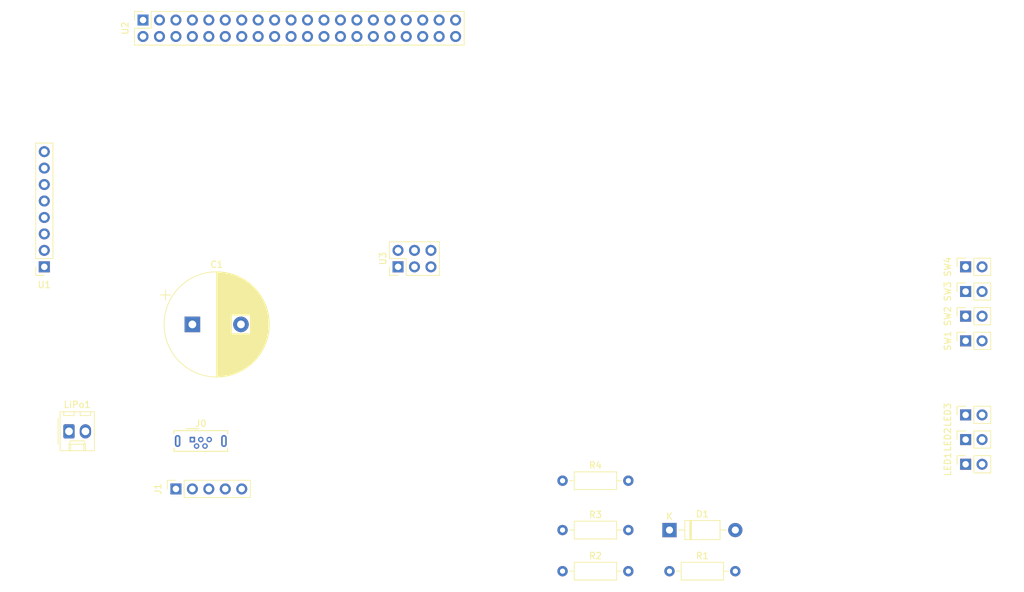
<source format=kicad_pcb>
(kicad_pcb (version 20171130) (host pcbnew "(5.1.7)-1")

  (general
    (thickness 1.6)
    (drawings 0)
    (tracks 0)
    (zones 0)
    (modules 19)
    (nets 19)
  )

  (page A4)
  (layers
    (0 F.Cu signal)
    (31 B.Cu signal)
    (32 B.Adhes user)
    (33 F.Adhes user)
    (34 B.Paste user)
    (35 F.Paste user)
    (36 B.SilkS user)
    (37 F.SilkS user)
    (38 B.Mask user)
    (39 F.Mask user)
    (40 Dwgs.User user)
    (41 Cmts.User user)
    (42 Eco1.User user)
    (43 Eco2.User user)
    (44 Edge.Cuts user)
    (45 Margin user)
    (46 B.CrtYd user)
    (47 F.CrtYd user)
    (48 B.Fab user)
    (49 F.Fab user)
  )

  (setup
    (last_trace_width 0.25)
    (trace_clearance 0.2)
    (zone_clearance 0.508)
    (zone_45_only no)
    (trace_min 0.2)
    (via_size 0.8)
    (via_drill 0.4)
    (via_min_size 0.4)
    (via_min_drill 0.3)
    (uvia_size 0.3)
    (uvia_drill 0.1)
    (uvias_allowed no)
    (uvia_min_size 0.2)
    (uvia_min_drill 0.1)
    (edge_width 0.05)
    (segment_width 0.2)
    (pcb_text_width 0.3)
    (pcb_text_size 1.5 1.5)
    (mod_edge_width 0.12)
    (mod_text_size 1 1)
    (mod_text_width 0.15)
    (pad_size 1.524 1.524)
    (pad_drill 0.762)
    (pad_to_mask_clearance 0)
    (aux_axis_origin 0 0)
    (visible_elements FFFFFF7F)
    (pcbplotparams
      (layerselection 0x010fc_ffffffff)
      (usegerberextensions false)
      (usegerberattributes true)
      (usegerberadvancedattributes true)
      (creategerberjobfile true)
      (excludeedgelayer true)
      (linewidth 0.100000)
      (plotframeref false)
      (viasonmask false)
      (mode 1)
      (useauxorigin false)
      (hpglpennumber 1)
      (hpglpenspeed 20)
      (hpglpendiameter 15.000000)
      (psnegative false)
      (psa4output false)
      (plotreference true)
      (plotvalue true)
      (plotinvisibletext false)
      (padsonsilk false)
      (subtractmaskfromsilk false)
      (outputformat 1)
      (mirror false)
      (drillshape 1)
      (scaleselection 1)
      (outputdirectory ""))
  )

  (net 0 "")
  (net 1 GND)
  (net 2 +5V)
  (net 3 "Net-(D1-Pad2)")
  (net 4 /EN)
  (net 5 "Net-(J0-Pad6)")
  (net 6 "Net-(J0-Pad1)")
  (net 7 /GPIO5)
  (net 8 /GPIO12)
  (net 9 /GPIO13)
  (net 10 "Net-(LiPo1-Pad1)")
  (net 11 /GPIO6)
  (net 12 /GPIO14)
  (net 13 /GPIO16)
  (net 14 /GPIO19)
  (net 15 /GPIO18)
  (net 16 "Net-(U2-Pad17)")
  (net 17 "Net-(U2-Pad5)")
  (net 18 "Net-(U2-Pad3)")

  (net_class Default "This is the default net class."
    (clearance 0.2)
    (trace_width 0.25)
    (via_dia 0.8)
    (via_drill 0.4)
    (uvia_dia 0.3)
    (uvia_drill 0.1)
    (add_net +5V)
    (add_net /EN)
    (add_net /GPIO12)
    (add_net /GPIO13)
    (add_net /GPIO14)
    (add_net /GPIO16)
    (add_net /GPIO18)
    (add_net /GPIO19)
    (add_net /GPIO5)
    (add_net /GPIO6)
    (add_net GND)
    (add_net "Net-(D1-Pad2)")
    (add_net "Net-(J0-Pad1)")
    (add_net "Net-(J0-Pad6)")
    (add_net "Net-(LiPo1-Pad1)")
    (add_net "Net-(U2-Pad17)")
    (add_net "Net-(U2-Pad3)")
    (add_net "Net-(U2-Pad5)")
  )

  (module Connector_PinHeader_2.54mm:PinHeader_2x03_P2.54mm_Vertical (layer F.Cu) (tedit 59FED5CC) (tstamp 5F93AC8B)
    (at 118.11 83.82 90)
    (descr "Through hole straight pin header, 2x03, 2.54mm pitch, double rows")
    (tags "Through hole pin header THT 2x03 2.54mm double row")
    (path /5F9365CF)
    (fp_text reference U3 (at 1.27 -2.33 90) (layer F.SilkS)
      (effects (font (size 1 1) (thickness 0.15)))
    )
    (fp_text value PiRTC (at 1.27 7.41 90) (layer F.Fab)
      (effects (font (size 1 1) (thickness 0.15)))
    )
    (fp_text user %R (at 1.27 2.54 270) (layer F.Fab)
      (effects (font (size 1 1) (thickness 0.15)))
    )
    (fp_line (start 0 -1.27) (end 3.81 -1.27) (layer F.Fab) (width 0.1))
    (fp_line (start 3.81 -1.27) (end 3.81 6.35) (layer F.Fab) (width 0.1))
    (fp_line (start 3.81 6.35) (end -1.27 6.35) (layer F.Fab) (width 0.1))
    (fp_line (start -1.27 6.35) (end -1.27 0) (layer F.Fab) (width 0.1))
    (fp_line (start -1.27 0) (end 0 -1.27) (layer F.Fab) (width 0.1))
    (fp_line (start -1.33 6.41) (end 3.87 6.41) (layer F.SilkS) (width 0.12))
    (fp_line (start -1.33 1.27) (end -1.33 6.41) (layer F.SilkS) (width 0.12))
    (fp_line (start 3.87 -1.33) (end 3.87 6.41) (layer F.SilkS) (width 0.12))
    (fp_line (start -1.33 1.27) (end 1.27 1.27) (layer F.SilkS) (width 0.12))
    (fp_line (start 1.27 1.27) (end 1.27 -1.33) (layer F.SilkS) (width 0.12))
    (fp_line (start 1.27 -1.33) (end 3.87 -1.33) (layer F.SilkS) (width 0.12))
    (fp_line (start -1.33 0) (end -1.33 -1.33) (layer F.SilkS) (width 0.12))
    (fp_line (start -1.33 -1.33) (end 0 -1.33) (layer F.SilkS) (width 0.12))
    (fp_line (start -1.8 -1.8) (end -1.8 6.85) (layer F.CrtYd) (width 0.05))
    (fp_line (start -1.8 6.85) (end 4.35 6.85) (layer F.CrtYd) (width 0.05))
    (fp_line (start 4.35 6.85) (end 4.35 -1.8) (layer F.CrtYd) (width 0.05))
    (fp_line (start 4.35 -1.8) (end -1.8 -1.8) (layer F.CrtYd) (width 0.05))
    (pad 6 thru_hole oval (at 2.54 5.08 90) (size 1.7 1.7) (drill 1) (layers *.Cu *.Mask)
      (net 1 GND))
    (pad 5 thru_hole oval (at 0 5.08 90) (size 1.7 1.7) (drill 1) (layers *.Cu *.Mask)
      (net 17 "Net-(U2-Pad5)"))
    (pad 4 thru_hole oval (at 2.54 2.54 90) (size 1.7 1.7) (drill 1) (layers *.Cu *.Mask))
    (pad 3 thru_hole oval (at 0 2.54 90) (size 1.7 1.7) (drill 1) (layers *.Cu *.Mask)
      (net 18 "Net-(U2-Pad3)"))
    (pad 2 thru_hole oval (at 2.54 0 90) (size 1.7 1.7) (drill 1) (layers *.Cu *.Mask))
    (pad 1 thru_hole rect (at 0 0 90) (size 1.7 1.7) (drill 1) (layers *.Cu *.Mask)
      (net 16 "Net-(U2-Pad17)"))
    (model ${KISYS3DMOD}/Connector_PinHeader_2.54mm.3dshapes/PinHeader_2x03_P2.54mm_Vertical.wrl
      (at (xyz 0 0 0))
      (scale (xyz 1 1 1))
      (rotate (xyz 0 0 0))
    )
  )

  (module Connector_PinSocket_2.54mm:PinSocket_2x20_P2.54mm_Vertical (layer F.Cu) (tedit 5A19A433) (tstamp 5F93AC6F)
    (at 78.74 45.72 90)
    (descr "Through hole straight socket strip, 2x20, 2.54mm pitch, double cols (from Kicad 4.0.7), script generated")
    (tags "Through hole socket strip THT 2x20 2.54mm double row")
    (path /5F92A4A1)
    (fp_text reference U2 (at -1.27 -2.77 90) (layer F.SilkS)
      (effects (font (size 1 1) (thickness 0.15)))
    )
    (fp_text value "RPi Zero W" (at -1.27 51.03 90) (layer F.Fab)
      (effects (font (size 1 1) (thickness 0.15)))
    )
    (fp_text user %R (at -1.27 24.13) (layer F.Fab)
      (effects (font (size 1 1) (thickness 0.15)))
    )
    (fp_line (start -3.81 -1.27) (end 0.27 -1.27) (layer F.Fab) (width 0.1))
    (fp_line (start 0.27 -1.27) (end 1.27 -0.27) (layer F.Fab) (width 0.1))
    (fp_line (start 1.27 -0.27) (end 1.27 49.53) (layer F.Fab) (width 0.1))
    (fp_line (start 1.27 49.53) (end -3.81 49.53) (layer F.Fab) (width 0.1))
    (fp_line (start -3.81 49.53) (end -3.81 -1.27) (layer F.Fab) (width 0.1))
    (fp_line (start -3.87 -1.33) (end -1.27 -1.33) (layer F.SilkS) (width 0.12))
    (fp_line (start -3.87 -1.33) (end -3.87 49.59) (layer F.SilkS) (width 0.12))
    (fp_line (start -3.87 49.59) (end 1.33 49.59) (layer F.SilkS) (width 0.12))
    (fp_line (start 1.33 1.27) (end 1.33 49.59) (layer F.SilkS) (width 0.12))
    (fp_line (start -1.27 1.27) (end 1.33 1.27) (layer F.SilkS) (width 0.12))
    (fp_line (start -1.27 -1.33) (end -1.27 1.27) (layer F.SilkS) (width 0.12))
    (fp_line (start 1.33 -1.33) (end 1.33 0) (layer F.SilkS) (width 0.12))
    (fp_line (start 0 -1.33) (end 1.33 -1.33) (layer F.SilkS) (width 0.12))
    (fp_line (start -4.34 -1.8) (end 1.76 -1.8) (layer F.CrtYd) (width 0.05))
    (fp_line (start 1.76 -1.8) (end 1.76 50) (layer F.CrtYd) (width 0.05))
    (fp_line (start 1.76 50) (end -4.34 50) (layer F.CrtYd) (width 0.05))
    (fp_line (start -4.34 50) (end -4.34 -1.8) (layer F.CrtYd) (width 0.05))
    (pad 40 thru_hole oval (at -2.54 48.26 90) (size 1.7 1.7) (drill 1) (layers *.Cu *.Mask))
    (pad 39 thru_hole oval (at 0 48.26 90) (size 1.7 1.7) (drill 1) (layers *.Cu *.Mask)
      (net 1 GND))
    (pad 38 thru_hole oval (at -2.54 45.72 90) (size 1.7 1.7) (drill 1) (layers *.Cu *.Mask))
    (pad 37 thru_hole oval (at 0 45.72 90) (size 1.7 1.7) (drill 1) (layers *.Cu *.Mask))
    (pad 36 thru_hole oval (at -2.54 43.18 90) (size 1.7 1.7) (drill 1) (layers *.Cu *.Mask)
      (net 13 /GPIO16))
    (pad 35 thru_hole oval (at 0 43.18 90) (size 1.7 1.7) (drill 1) (layers *.Cu *.Mask)
      (net 14 /GPIO19))
    (pad 34 thru_hole oval (at -2.54 40.64 90) (size 1.7 1.7) (drill 1) (layers *.Cu *.Mask)
      (net 1 GND))
    (pad 33 thru_hole oval (at 0 40.64 90) (size 1.7 1.7) (drill 1) (layers *.Cu *.Mask)
      (net 9 /GPIO13))
    (pad 32 thru_hole oval (at -2.54 38.1 90) (size 1.7 1.7) (drill 1) (layers *.Cu *.Mask)
      (net 8 /GPIO12))
    (pad 31 thru_hole oval (at 0 38.1 90) (size 1.7 1.7) (drill 1) (layers *.Cu *.Mask)
      (net 11 /GPIO6))
    (pad 30 thru_hole oval (at -2.54 35.56 90) (size 1.7 1.7) (drill 1) (layers *.Cu *.Mask)
      (net 1 GND))
    (pad 29 thru_hole oval (at 0 35.56 90) (size 1.7 1.7) (drill 1) (layers *.Cu *.Mask)
      (net 7 /GPIO5))
    (pad 28 thru_hole oval (at -2.54 33.02 90) (size 1.7 1.7) (drill 1) (layers *.Cu *.Mask))
    (pad 27 thru_hole oval (at 0 33.02 90) (size 1.7 1.7) (drill 1) (layers *.Cu *.Mask))
    (pad 26 thru_hole oval (at -2.54 30.48 90) (size 1.7 1.7) (drill 1) (layers *.Cu *.Mask))
    (pad 25 thru_hole oval (at 0 30.48 90) (size 1.7 1.7) (drill 1) (layers *.Cu *.Mask)
      (net 1 GND))
    (pad 24 thru_hole oval (at -2.54 27.94 90) (size 1.7 1.7) (drill 1) (layers *.Cu *.Mask))
    (pad 23 thru_hole oval (at 0 27.94 90) (size 1.7 1.7) (drill 1) (layers *.Cu *.Mask))
    (pad 22 thru_hole oval (at -2.54 25.4 90) (size 1.7 1.7) (drill 1) (layers *.Cu *.Mask))
    (pad 21 thru_hole oval (at 0 25.4 90) (size 1.7 1.7) (drill 1) (layers *.Cu *.Mask))
    (pad 20 thru_hole oval (at -2.54 22.86 90) (size 1.7 1.7) (drill 1) (layers *.Cu *.Mask)
      (net 1 GND))
    (pad 19 thru_hole oval (at 0 22.86 90) (size 1.7 1.7) (drill 1) (layers *.Cu *.Mask))
    (pad 18 thru_hole oval (at -2.54 20.32 90) (size 1.7 1.7) (drill 1) (layers *.Cu *.Mask))
    (pad 17 thru_hole oval (at 0 20.32 90) (size 1.7 1.7) (drill 1) (layers *.Cu *.Mask)
      (net 16 "Net-(U2-Pad17)"))
    (pad 16 thru_hole oval (at -2.54 17.78 90) (size 1.7 1.7) (drill 1) (layers *.Cu *.Mask))
    (pad 15 thru_hole oval (at 0 17.78 90) (size 1.7 1.7) (drill 1) (layers *.Cu *.Mask))
    (pad 14 thru_hole oval (at -2.54 15.24 90) (size 1.7 1.7) (drill 1) (layers *.Cu *.Mask)
      (net 1 GND))
    (pad 13 thru_hole oval (at 0 15.24 90) (size 1.7 1.7) (drill 1) (layers *.Cu *.Mask))
    (pad 12 thru_hole oval (at -2.54 12.7 90) (size 1.7 1.7) (drill 1) (layers *.Cu *.Mask)
      (net 15 /GPIO18))
    (pad 11 thru_hole oval (at 0 12.7 90) (size 1.7 1.7) (drill 1) (layers *.Cu *.Mask))
    (pad 10 thru_hole oval (at -2.54 10.16 90) (size 1.7 1.7) (drill 1) (layers *.Cu *.Mask))
    (pad 9 thru_hole oval (at 0 10.16 90) (size 1.7 1.7) (drill 1) (layers *.Cu *.Mask)
      (net 1 GND))
    (pad 8 thru_hole oval (at -2.54 7.62 90) (size 1.7 1.7) (drill 1) (layers *.Cu *.Mask)
      (net 12 /GPIO14))
    (pad 7 thru_hole oval (at 0 7.62 90) (size 1.7 1.7) (drill 1) (layers *.Cu *.Mask))
    (pad 6 thru_hole oval (at -2.54 5.08 90) (size 1.7 1.7) (drill 1) (layers *.Cu *.Mask)
      (net 1 GND))
    (pad 5 thru_hole oval (at 0 5.08 90) (size 1.7 1.7) (drill 1) (layers *.Cu *.Mask)
      (net 17 "Net-(U2-Pad5)"))
    (pad 4 thru_hole oval (at -2.54 2.54 90) (size 1.7 1.7) (drill 1) (layers *.Cu *.Mask)
      (net 2 +5V))
    (pad 3 thru_hole oval (at 0 2.54 90) (size 1.7 1.7) (drill 1) (layers *.Cu *.Mask)
      (net 18 "Net-(U2-Pad3)"))
    (pad 2 thru_hole oval (at -2.54 0 90) (size 1.7 1.7) (drill 1) (layers *.Cu *.Mask)
      (net 2 +5V))
    (pad 1 thru_hole rect (at 0 0 90) (size 1.7 1.7) (drill 1) (layers *.Cu *.Mask))
    (model ${KISYS3DMOD}/Connector_PinSocket_2.54mm.3dshapes/PinSocket_2x20_P2.54mm_Vertical.wrl
      (at (xyz 0 0 0))
      (scale (xyz 1 1 1))
      (rotate (xyz 0 0 0))
    )
  )

  (module Connector_PinSocket_2.54mm:PinSocket_1x08_P2.54mm_Vertical (layer F.Cu) (tedit 5A19A420) (tstamp 5F93AC31)
    (at 63.5 83.82 180)
    (descr "Through hole straight socket strip, 1x08, 2.54mm pitch, single row (from Kicad 4.0.7), script generated")
    (tags "Through hole socket strip THT 1x08 2.54mm single row")
    (path /5F92D085)
    (fp_text reference U1 (at 0 -2.77) (layer F.SilkS)
      (effects (font (size 1 1) (thickness 0.15)))
    )
    (fp_text value PowerBoost1000C (at 0 20.55) (layer F.Fab)
      (effects (font (size 1 1) (thickness 0.15)))
    )
    (fp_text user %R (at 0 8.89 90) (layer F.Fab)
      (effects (font (size 1 1) (thickness 0.15)))
    )
    (fp_line (start -1.27 -1.27) (end 0.635 -1.27) (layer F.Fab) (width 0.1))
    (fp_line (start 0.635 -1.27) (end 1.27 -0.635) (layer F.Fab) (width 0.1))
    (fp_line (start 1.27 -0.635) (end 1.27 19.05) (layer F.Fab) (width 0.1))
    (fp_line (start 1.27 19.05) (end -1.27 19.05) (layer F.Fab) (width 0.1))
    (fp_line (start -1.27 19.05) (end -1.27 -1.27) (layer F.Fab) (width 0.1))
    (fp_line (start -1.33 1.27) (end 1.33 1.27) (layer F.SilkS) (width 0.12))
    (fp_line (start -1.33 1.27) (end -1.33 19.11) (layer F.SilkS) (width 0.12))
    (fp_line (start -1.33 19.11) (end 1.33 19.11) (layer F.SilkS) (width 0.12))
    (fp_line (start 1.33 1.27) (end 1.33 19.11) (layer F.SilkS) (width 0.12))
    (fp_line (start 1.33 -1.33) (end 1.33 0) (layer F.SilkS) (width 0.12))
    (fp_line (start 0 -1.33) (end 1.33 -1.33) (layer F.SilkS) (width 0.12))
    (fp_line (start -1.8 -1.8) (end 1.75 -1.8) (layer F.CrtYd) (width 0.05))
    (fp_line (start 1.75 -1.8) (end 1.75 19.55) (layer F.CrtYd) (width 0.05))
    (fp_line (start 1.75 19.55) (end -1.8 19.55) (layer F.CrtYd) (width 0.05))
    (fp_line (start -1.8 19.55) (end -1.8 -1.8) (layer F.CrtYd) (width 0.05))
    (pad 8 thru_hole oval (at 0 17.78 180) (size 1.7 1.7) (drill 1) (layers *.Cu *.Mask)
      (net 2 +5V))
    (pad 7 thru_hole oval (at 0 15.24 180) (size 1.7 1.7) (drill 1) (layers *.Cu *.Mask)
      (net 1 GND))
    (pad 6 thru_hole oval (at 0 12.7 180) (size 1.7 1.7) (drill 1) (layers *.Cu *.Mask)
      (net 15 /GPIO18))
    (pad 5 thru_hole oval (at 0 10.16 180) (size 1.7 1.7) (drill 1) (layers *.Cu *.Mask)
      (net 1 GND))
    (pad 4 thru_hole oval (at 0 7.62 180) (size 1.7 1.7) (drill 1) (layers *.Cu *.Mask)
      (net 4 /EN))
    (pad 3 thru_hole oval (at 0 5.08 180) (size 1.7 1.7) (drill 1) (layers *.Cu *.Mask))
    (pad 2 thru_hole oval (at 0 2.54 180) (size 1.7 1.7) (drill 1) (layers *.Cu *.Mask)
      (net 10 "Net-(LiPo1-Pad1)"))
    (pad 1 thru_hole rect (at 0 0 180) (size 1.7 1.7) (drill 1) (layers *.Cu *.Mask)
      (net 6 "Net-(J0-Pad1)"))
    (model ${KISYS3DMOD}/Connector_PinSocket_2.54mm.3dshapes/PinSocket_1x08_P2.54mm_Vertical.wrl
      (at (xyz 0 0 0))
      (scale (xyz 1 1 1))
      (rotate (xyz 0 0 0))
    )
  )

  (module Connector_PinSocket_2.54mm:PinSocket_1x02_P2.54mm_Vertical (layer F.Cu) (tedit 5A19A420) (tstamp 5F93AC15)
    (at 205.74 83.82 90)
    (descr "Through hole straight socket strip, 1x02, 2.54mm pitch, single row (from Kicad 4.0.7), script generated")
    (tags "Through hole socket strip THT 1x02 2.54mm single row")
    (path /5F97004A)
    (fp_text reference SW4 (at 0 -2.77 90) (layer F.SilkS)
      (effects (font (size 1 1) (thickness 0.15)))
    )
    (fp_text value Hardreset (at 0 5.31) (layer F.Fab)
      (effects (font (size 1 1) (thickness 0.15)))
    )
    (fp_text user %R (at 0 1.27 180) (layer F.Fab)
      (effects (font (size 1 1) (thickness 0.15)))
    )
    (fp_line (start -1.27 -1.27) (end 0.635 -1.27) (layer F.Fab) (width 0.1))
    (fp_line (start 0.635 -1.27) (end 1.27 -0.635) (layer F.Fab) (width 0.1))
    (fp_line (start 1.27 -0.635) (end 1.27 3.81) (layer F.Fab) (width 0.1))
    (fp_line (start 1.27 3.81) (end -1.27 3.81) (layer F.Fab) (width 0.1))
    (fp_line (start -1.27 3.81) (end -1.27 -1.27) (layer F.Fab) (width 0.1))
    (fp_line (start -1.33 1.27) (end 1.33 1.27) (layer F.SilkS) (width 0.12))
    (fp_line (start -1.33 1.27) (end -1.33 3.87) (layer F.SilkS) (width 0.12))
    (fp_line (start -1.33 3.87) (end 1.33 3.87) (layer F.SilkS) (width 0.12))
    (fp_line (start 1.33 1.27) (end 1.33 3.87) (layer F.SilkS) (width 0.12))
    (fp_line (start 1.33 -1.33) (end 1.33 0) (layer F.SilkS) (width 0.12))
    (fp_line (start 0 -1.33) (end 1.33 -1.33) (layer F.SilkS) (width 0.12))
    (fp_line (start -1.8 -1.8) (end 1.75 -1.8) (layer F.CrtYd) (width 0.05))
    (fp_line (start 1.75 -1.8) (end 1.75 4.3) (layer F.CrtYd) (width 0.05))
    (fp_line (start 1.75 4.3) (end -1.8 4.3) (layer F.CrtYd) (width 0.05))
    (fp_line (start -1.8 4.3) (end -1.8 -1.8) (layer F.CrtYd) (width 0.05))
    (pad 2 thru_hole oval (at 0 2.54 90) (size 1.7 1.7) (drill 1) (layers *.Cu *.Mask)
      (net 4 /EN))
    (pad 1 thru_hole rect (at 0 0 90) (size 1.7 1.7) (drill 1) (layers *.Cu *.Mask)
      (net 1 GND))
    (model ${KISYS3DMOD}/Connector_PinSocket_2.54mm.3dshapes/PinSocket_1x02_P2.54mm_Vertical.wrl
      (at (xyz 0 0 0))
      (scale (xyz 1 1 1))
      (rotate (xyz 0 0 0))
    )
  )

  (module Connector_PinSocket_2.54mm:PinSocket_1x02_P2.54mm_Vertical (layer F.Cu) (tedit 5A19A420) (tstamp 5F93D80A)
    (at 205.74 87.63 90)
    (descr "Through hole straight socket strip, 1x02, 2.54mm pitch, single row (from Kicad 4.0.7), script generated")
    (tags "Through hole socket strip THT 1x02 2.54mm single row")
    (path /5F96F7D1)
    (fp_text reference SW3 (at 0 -2.77 90) (layer F.SilkS)
      (effects (font (size 1 1) (thickness 0.15)))
    )
    (fp_text value Select (at 0 5.31) (layer F.Fab)
      (effects (font (size 1 1) (thickness 0.15)))
    )
    (fp_text user %R (at 0 1.27) (layer F.Fab)
      (effects (font (size 1 1) (thickness 0.15)))
    )
    (fp_line (start -1.27 -1.27) (end 0.635 -1.27) (layer F.Fab) (width 0.1))
    (fp_line (start 0.635 -1.27) (end 1.27 -0.635) (layer F.Fab) (width 0.1))
    (fp_line (start 1.27 -0.635) (end 1.27 3.81) (layer F.Fab) (width 0.1))
    (fp_line (start 1.27 3.81) (end -1.27 3.81) (layer F.Fab) (width 0.1))
    (fp_line (start -1.27 3.81) (end -1.27 -1.27) (layer F.Fab) (width 0.1))
    (fp_line (start -1.33 1.27) (end 1.33 1.27) (layer F.SilkS) (width 0.12))
    (fp_line (start -1.33 1.27) (end -1.33 3.87) (layer F.SilkS) (width 0.12))
    (fp_line (start -1.33 3.87) (end 1.33 3.87) (layer F.SilkS) (width 0.12))
    (fp_line (start 1.33 1.27) (end 1.33 3.87) (layer F.SilkS) (width 0.12))
    (fp_line (start 1.33 -1.33) (end 1.33 0) (layer F.SilkS) (width 0.12))
    (fp_line (start 0 -1.33) (end 1.33 -1.33) (layer F.SilkS) (width 0.12))
    (fp_line (start -1.8 -1.8) (end 1.75 -1.8) (layer F.CrtYd) (width 0.05))
    (fp_line (start 1.75 -1.8) (end 1.75 4.3) (layer F.CrtYd) (width 0.05))
    (fp_line (start 1.75 4.3) (end -1.8 4.3) (layer F.CrtYd) (width 0.05))
    (fp_line (start -1.8 4.3) (end -1.8 -1.8) (layer F.CrtYd) (width 0.05))
    (pad 2 thru_hole oval (at 0 2.54 90) (size 1.7 1.7) (drill 1) (layers *.Cu *.Mask)
      (net 14 /GPIO19))
    (pad 1 thru_hole rect (at 0 0 90) (size 1.7 1.7) (drill 1) (layers *.Cu *.Mask)
      (net 1 GND))
    (model ${KISYS3DMOD}/Connector_PinSocket_2.54mm.3dshapes/PinSocket_1x02_P2.54mm_Vertical.wrl
      (at (xyz 0 0 0))
      (scale (xyz 1 1 1))
      (rotate (xyz 0 0 0))
    )
  )

  (module Connector_PinSocket_2.54mm:PinSocket_1x02_P2.54mm_Vertical (layer F.Cu) (tedit 5A19A420) (tstamp 5F93DBBB)
    (at 205.74 91.44 90)
    (descr "Through hole straight socket strip, 1x02, 2.54mm pitch, single row (from Kicad 4.0.7), script generated")
    (tags "Through hole socket strip THT 1x02 2.54mm single row")
    (path /5F96F26B)
    (fp_text reference SW2 (at 0 -2.77 90) (layer F.SilkS)
      (effects (font (size 1 1) (thickness 0.15)))
    )
    (fp_text value Wifi (at 0 5.31 90) (layer F.Fab)
      (effects (font (size 1 1) (thickness 0.15)))
    )
    (fp_text user %R (at 0 1.27) (layer F.Fab)
      (effects (font (size 1 1) (thickness 0.15)))
    )
    (fp_line (start -1.27 -1.27) (end 0.635 -1.27) (layer F.Fab) (width 0.1))
    (fp_line (start 0.635 -1.27) (end 1.27 -0.635) (layer F.Fab) (width 0.1))
    (fp_line (start 1.27 -0.635) (end 1.27 3.81) (layer F.Fab) (width 0.1))
    (fp_line (start 1.27 3.81) (end -1.27 3.81) (layer F.Fab) (width 0.1))
    (fp_line (start -1.27 3.81) (end -1.27 -1.27) (layer F.Fab) (width 0.1))
    (fp_line (start -1.33 1.27) (end 1.33 1.27) (layer F.SilkS) (width 0.12))
    (fp_line (start -1.33 1.27) (end -1.33 3.87) (layer F.SilkS) (width 0.12))
    (fp_line (start -1.33 3.87) (end 1.33 3.87) (layer F.SilkS) (width 0.12))
    (fp_line (start 1.33 1.27) (end 1.33 3.87) (layer F.SilkS) (width 0.12))
    (fp_line (start 1.33 -1.33) (end 1.33 0) (layer F.SilkS) (width 0.12))
    (fp_line (start 0 -1.33) (end 1.33 -1.33) (layer F.SilkS) (width 0.12))
    (fp_line (start -1.8 -1.8) (end 1.75 -1.8) (layer F.CrtYd) (width 0.05))
    (fp_line (start 1.75 -1.8) (end 1.75 4.3) (layer F.CrtYd) (width 0.05))
    (fp_line (start 1.75 4.3) (end -1.8 4.3) (layer F.CrtYd) (width 0.05))
    (fp_line (start -1.8 4.3) (end -1.8 -1.8) (layer F.CrtYd) (width 0.05))
    (pad 2 thru_hole oval (at 0 2.54 90) (size 1.7 1.7) (drill 1) (layers *.Cu *.Mask)
      (net 13 /GPIO16))
    (pad 1 thru_hole rect (at 0 0 90) (size 1.7 1.7) (drill 1) (layers *.Cu *.Mask)
      (net 1 GND))
    (model ${KISYS3DMOD}/Connector_PinSocket_2.54mm.3dshapes/PinSocket_1x02_P2.54mm_Vertical.wrl
      (at (xyz 0 0 0))
      (scale (xyz 1 1 1))
      (rotate (xyz 0 0 0))
    )
  )

  (module Connector_PinSocket_2.54mm:PinSocket_1x02_P2.54mm_Vertical (layer F.Cu) (tedit 5A19A420) (tstamp 5F93DB26)
    (at 205.74 95.25 90)
    (descr "Through hole straight socket strip, 1x02, 2.54mm pitch, single row (from Kicad 4.0.7), script generated")
    (tags "Through hole socket strip THT 1x02 2.54mm single row")
    (path /5F96E52C)
    (fp_text reference SW1 (at 0 -2.77 90) (layer F.SilkS)
      (effects (font (size 1 1) (thickness 0.15)))
    )
    (fp_text value Power (at 0 5.31) (layer F.Fab)
      (effects (font (size 1 1) (thickness 0.15)))
    )
    (fp_text user %R (at 0 1.27 180) (layer F.Fab)
      (effects (font (size 1 1) (thickness 0.15)))
    )
    (fp_line (start -1.27 -1.27) (end 0.635 -1.27) (layer F.Fab) (width 0.1))
    (fp_line (start 0.635 -1.27) (end 1.27 -0.635) (layer F.Fab) (width 0.1))
    (fp_line (start 1.27 -0.635) (end 1.27 3.81) (layer F.Fab) (width 0.1))
    (fp_line (start 1.27 3.81) (end -1.27 3.81) (layer F.Fab) (width 0.1))
    (fp_line (start -1.27 3.81) (end -1.27 -1.27) (layer F.Fab) (width 0.1))
    (fp_line (start -1.33 1.27) (end 1.33 1.27) (layer F.SilkS) (width 0.12))
    (fp_line (start -1.33 1.27) (end -1.33 3.87) (layer F.SilkS) (width 0.12))
    (fp_line (start -1.33 3.87) (end 1.33 3.87) (layer F.SilkS) (width 0.12))
    (fp_line (start 1.33 1.27) (end 1.33 3.87) (layer F.SilkS) (width 0.12))
    (fp_line (start 1.33 -1.33) (end 1.33 0) (layer F.SilkS) (width 0.12))
    (fp_line (start 0 -1.33) (end 1.33 -1.33) (layer F.SilkS) (width 0.12))
    (fp_line (start -1.8 -1.8) (end 1.75 -1.8) (layer F.CrtYd) (width 0.05))
    (fp_line (start 1.75 -1.8) (end 1.75 4.3) (layer F.CrtYd) (width 0.05))
    (fp_line (start 1.75 4.3) (end -1.8 4.3) (layer F.CrtYd) (width 0.05))
    (fp_line (start -1.8 4.3) (end -1.8 -1.8) (layer F.CrtYd) (width 0.05))
    (pad 2 thru_hole oval (at 0 2.54 90) (size 1.7 1.7) (drill 1) (layers *.Cu *.Mask)
      (net 3 "Net-(D1-Pad2)"))
    (pad 1 thru_hole rect (at 0 0 90) (size 1.7 1.7) (drill 1) (layers *.Cu *.Mask)
      (net 10 "Net-(LiPo1-Pad1)"))
    (model ${KISYS3DMOD}/Connector_PinSocket_2.54mm.3dshapes/PinSocket_1x02_P2.54mm_Vertical.wrl
      (at (xyz 0 0 0))
      (scale (xyz 1 1 1))
      (rotate (xyz 0 0 0))
    )
  )

  (module Resistor_THT:R_Axial_DIN0207_L6.3mm_D2.5mm_P10.16mm_Horizontal (layer F.Cu) (tedit 5AE5139B) (tstamp 5F93ABBD)
    (at 143.51 116.84)
    (descr "Resistor, Axial_DIN0207 series, Axial, Horizontal, pin pitch=10.16mm, 0.25W = 1/4W, length*diameter=6.3*2.5mm^2, http://cdn-reichelt.de/documents/datenblatt/B400/1_4W%23YAG.pdf")
    (tags "Resistor Axial_DIN0207 series Axial Horizontal pin pitch 10.16mm 0.25W = 1/4W length 6.3mm diameter 2.5mm")
    (path /5F952F86)
    (fp_text reference R4 (at 5.08 -2.37) (layer F.SilkS)
      (effects (font (size 1 1) (thickness 0.15)))
    )
    (fp_text value 10k (at 5.08 2.37) (layer F.Fab)
      (effects (font (size 1 1) (thickness 0.15)))
    )
    (fp_text user %R (at 5.08 0) (layer F.Fab)
      (effects (font (size 1 1) (thickness 0.15)))
    )
    (fp_line (start 1.93 -1.25) (end 1.93 1.25) (layer F.Fab) (width 0.1))
    (fp_line (start 1.93 1.25) (end 8.23 1.25) (layer F.Fab) (width 0.1))
    (fp_line (start 8.23 1.25) (end 8.23 -1.25) (layer F.Fab) (width 0.1))
    (fp_line (start 8.23 -1.25) (end 1.93 -1.25) (layer F.Fab) (width 0.1))
    (fp_line (start 0 0) (end 1.93 0) (layer F.Fab) (width 0.1))
    (fp_line (start 10.16 0) (end 8.23 0) (layer F.Fab) (width 0.1))
    (fp_line (start 1.81 -1.37) (end 1.81 1.37) (layer F.SilkS) (width 0.12))
    (fp_line (start 1.81 1.37) (end 8.35 1.37) (layer F.SilkS) (width 0.12))
    (fp_line (start 8.35 1.37) (end 8.35 -1.37) (layer F.SilkS) (width 0.12))
    (fp_line (start 8.35 -1.37) (end 1.81 -1.37) (layer F.SilkS) (width 0.12))
    (fp_line (start 1.04 0) (end 1.81 0) (layer F.SilkS) (width 0.12))
    (fp_line (start 9.12 0) (end 8.35 0) (layer F.SilkS) (width 0.12))
    (fp_line (start -1.05 -1.5) (end -1.05 1.5) (layer F.CrtYd) (width 0.05))
    (fp_line (start -1.05 1.5) (end 11.21 1.5) (layer F.CrtYd) (width 0.05))
    (fp_line (start 11.21 1.5) (end 11.21 -1.5) (layer F.CrtYd) (width 0.05))
    (fp_line (start 11.21 -1.5) (end -1.05 -1.5) (layer F.CrtYd) (width 0.05))
    (pad 2 thru_hole oval (at 10.16 0) (size 1.6 1.6) (drill 0.8) (layers *.Cu *.Mask)
      (net 4 /EN))
    (pad 1 thru_hole circle (at 0 0) (size 1.6 1.6) (drill 0.8) (layers *.Cu *.Mask)
      (net 12 /GPIO14))
    (model ${KISYS3DMOD}/Resistor_THT.3dshapes/R_Axial_DIN0207_L6.3mm_D2.5mm_P10.16mm_Horizontal.wrl
      (at (xyz 0 0 0))
      (scale (xyz 1 1 1))
      (rotate (xyz 0 0 0))
    )
  )

  (module Resistor_THT:R_Axial_DIN0207_L6.3mm_D2.5mm_P10.16mm_Horizontal (layer F.Cu) (tedit 5AE5139B) (tstamp 5F93D4D1)
    (at 143.51 124.46)
    (descr "Resistor, Axial_DIN0207 series, Axial, Horizontal, pin pitch=10.16mm, 0.25W = 1/4W, length*diameter=6.3*2.5mm^2, http://cdn-reichelt.de/documents/datenblatt/B400/1_4W%23YAG.pdf")
    (tags "Resistor Axial_DIN0207 series Axial Horizontal pin pitch 10.16mm 0.25W = 1/4W length 6.3mm diameter 2.5mm")
    (path /5F951F08)
    (fp_text reference R3 (at 5.08 -2.37) (layer F.SilkS)
      (effects (font (size 1 1) (thickness 0.15)))
    )
    (fp_text value 100k (at 5.08 2.37) (layer F.Fab)
      (effects (font (size 1 1) (thickness 0.15)))
    )
    (fp_text user %R (at 5.08 0 180) (layer F.Fab)
      (effects (font (size 1 1) (thickness 0.15)))
    )
    (fp_line (start 1.93 -1.25) (end 1.93 1.25) (layer F.Fab) (width 0.1))
    (fp_line (start 1.93 1.25) (end 8.23 1.25) (layer F.Fab) (width 0.1))
    (fp_line (start 8.23 1.25) (end 8.23 -1.25) (layer F.Fab) (width 0.1))
    (fp_line (start 8.23 -1.25) (end 1.93 -1.25) (layer F.Fab) (width 0.1))
    (fp_line (start 0 0) (end 1.93 0) (layer F.Fab) (width 0.1))
    (fp_line (start 10.16 0) (end 8.23 0) (layer F.Fab) (width 0.1))
    (fp_line (start 1.81 -1.37) (end 1.81 1.37) (layer F.SilkS) (width 0.12))
    (fp_line (start 1.81 1.37) (end 8.35 1.37) (layer F.SilkS) (width 0.12))
    (fp_line (start 8.35 1.37) (end 8.35 -1.37) (layer F.SilkS) (width 0.12))
    (fp_line (start 8.35 -1.37) (end 1.81 -1.37) (layer F.SilkS) (width 0.12))
    (fp_line (start 1.04 0) (end 1.81 0) (layer F.SilkS) (width 0.12))
    (fp_line (start 9.12 0) (end 8.35 0) (layer F.SilkS) (width 0.12))
    (fp_line (start -1.05 -1.5) (end -1.05 1.5) (layer F.CrtYd) (width 0.05))
    (fp_line (start -1.05 1.5) (end 11.21 1.5) (layer F.CrtYd) (width 0.05))
    (fp_line (start 11.21 1.5) (end 11.21 -1.5) (layer F.CrtYd) (width 0.05))
    (fp_line (start 11.21 -1.5) (end -1.05 -1.5) (layer F.CrtYd) (width 0.05))
    (pad 2 thru_hole oval (at 10.16 0) (size 1.6 1.6) (drill 0.8) (layers *.Cu *.Mask)
      (net 4 /EN))
    (pad 1 thru_hole circle (at 0 0) (size 1.6 1.6) (drill 0.8) (layers *.Cu *.Mask)
      (net 1 GND))
    (model ${KISYS3DMOD}/Resistor_THT.3dshapes/R_Axial_DIN0207_L6.3mm_D2.5mm_P10.16mm_Horizontal.wrl
      (at (xyz 0 0 0))
      (scale (xyz 1 1 1))
      (rotate (xyz 0 0 0))
    )
  )

  (module Resistor_THT:R_Axial_DIN0207_L6.3mm_D2.5mm_P10.16mm_Horizontal (layer F.Cu) (tedit 5AE5139B) (tstamp 5F93AB8F)
    (at 143.51 130.81)
    (descr "Resistor, Axial_DIN0207 series, Axial, Horizontal, pin pitch=10.16mm, 0.25W = 1/4W, length*diameter=6.3*2.5mm^2, http://cdn-reichelt.de/documents/datenblatt/B400/1_4W%23YAG.pdf")
    (tags "Resistor Axial_DIN0207 series Axial Horizontal pin pitch 10.16mm 0.25W = 1/4W length 6.3mm diameter 2.5mm")
    (path /5F9539E4)
    (fp_text reference R2 (at 5.08 -2.37) (layer F.SilkS)
      (effects (font (size 1 1) (thickness 0.15)))
    )
    (fp_text value 100k (at 5.08 2.37) (layer F.Fab)
      (effects (font (size 1 1) (thickness 0.15)))
    )
    (fp_text user %R (at 5.08 0) (layer F.Fab)
      (effects (font (size 1 1) (thickness 0.15)))
    )
    (fp_line (start 1.93 -1.25) (end 1.93 1.25) (layer F.Fab) (width 0.1))
    (fp_line (start 1.93 1.25) (end 8.23 1.25) (layer F.Fab) (width 0.1))
    (fp_line (start 8.23 1.25) (end 8.23 -1.25) (layer F.Fab) (width 0.1))
    (fp_line (start 8.23 -1.25) (end 1.93 -1.25) (layer F.Fab) (width 0.1))
    (fp_line (start 0 0) (end 1.93 0) (layer F.Fab) (width 0.1))
    (fp_line (start 10.16 0) (end 8.23 0) (layer F.Fab) (width 0.1))
    (fp_line (start 1.81 -1.37) (end 1.81 1.37) (layer F.SilkS) (width 0.12))
    (fp_line (start 1.81 1.37) (end 8.35 1.37) (layer F.SilkS) (width 0.12))
    (fp_line (start 8.35 1.37) (end 8.35 -1.37) (layer F.SilkS) (width 0.12))
    (fp_line (start 8.35 -1.37) (end 1.81 -1.37) (layer F.SilkS) (width 0.12))
    (fp_line (start 1.04 0) (end 1.81 0) (layer F.SilkS) (width 0.12))
    (fp_line (start 9.12 0) (end 8.35 0) (layer F.SilkS) (width 0.12))
    (fp_line (start -1.05 -1.5) (end -1.05 1.5) (layer F.CrtYd) (width 0.05))
    (fp_line (start -1.05 1.5) (end 11.21 1.5) (layer F.CrtYd) (width 0.05))
    (fp_line (start 11.21 1.5) (end 11.21 -1.5) (layer F.CrtYd) (width 0.05))
    (fp_line (start 11.21 -1.5) (end -1.05 -1.5) (layer F.CrtYd) (width 0.05))
    (pad 2 thru_hole oval (at 10.16 0) (size 1.6 1.6) (drill 0.8) (layers *.Cu *.Mask)
      (net 1 GND))
    (pad 1 thru_hole circle (at 0 0) (size 1.6 1.6) (drill 0.8) (layers *.Cu *.Mask)
      (net 11 /GPIO6))
    (model ${KISYS3DMOD}/Resistor_THT.3dshapes/R_Axial_DIN0207_L6.3mm_D2.5mm_P10.16mm_Horizontal.wrl
      (at (xyz 0 0 0))
      (scale (xyz 1 1 1))
      (rotate (xyz 0 0 0))
    )
  )

  (module Resistor_THT:R_Axial_DIN0207_L6.3mm_D2.5mm_P10.16mm_Horizontal (layer F.Cu) (tedit 5AE5139B) (tstamp 5F93AB78)
    (at 160.02 130.81)
    (descr "Resistor, Axial_DIN0207 series, Axial, Horizontal, pin pitch=10.16mm, 0.25W = 1/4W, length*diameter=6.3*2.5mm^2, http://cdn-reichelt.de/documents/datenblatt/B400/1_4W%23YAG.pdf")
    (tags "Resistor Axial_DIN0207 series Axial Horizontal pin pitch 10.16mm 0.25W = 1/4W length 6.3mm diameter 2.5mm")
    (path /5F95356E)
    (fp_text reference R1 (at 5.08 -2.37) (layer F.SilkS)
      (effects (font (size 1 1) (thickness 0.15)))
    )
    (fp_text value 47k (at 5.08 2.37) (layer F.Fab)
      (effects (font (size 1 1) (thickness 0.15)))
    )
    (fp_text user %R (at 5.08 0) (layer F.Fab)
      (effects (font (size 1 1) (thickness 0.15)))
    )
    (fp_line (start 1.93 -1.25) (end 1.93 1.25) (layer F.Fab) (width 0.1))
    (fp_line (start 1.93 1.25) (end 8.23 1.25) (layer F.Fab) (width 0.1))
    (fp_line (start 8.23 1.25) (end 8.23 -1.25) (layer F.Fab) (width 0.1))
    (fp_line (start 8.23 -1.25) (end 1.93 -1.25) (layer F.Fab) (width 0.1))
    (fp_line (start 0 0) (end 1.93 0) (layer F.Fab) (width 0.1))
    (fp_line (start 10.16 0) (end 8.23 0) (layer F.Fab) (width 0.1))
    (fp_line (start 1.81 -1.37) (end 1.81 1.37) (layer F.SilkS) (width 0.12))
    (fp_line (start 1.81 1.37) (end 8.35 1.37) (layer F.SilkS) (width 0.12))
    (fp_line (start 8.35 1.37) (end 8.35 -1.37) (layer F.SilkS) (width 0.12))
    (fp_line (start 8.35 -1.37) (end 1.81 -1.37) (layer F.SilkS) (width 0.12))
    (fp_line (start 1.04 0) (end 1.81 0) (layer F.SilkS) (width 0.12))
    (fp_line (start 9.12 0) (end 8.35 0) (layer F.SilkS) (width 0.12))
    (fp_line (start -1.05 -1.5) (end -1.05 1.5) (layer F.CrtYd) (width 0.05))
    (fp_line (start -1.05 1.5) (end 11.21 1.5) (layer F.CrtYd) (width 0.05))
    (fp_line (start 11.21 1.5) (end 11.21 -1.5) (layer F.CrtYd) (width 0.05))
    (fp_line (start 11.21 -1.5) (end -1.05 -1.5) (layer F.CrtYd) (width 0.05))
    (pad 2 thru_hole oval (at 10.16 0) (size 1.6 1.6) (drill 0.8) (layers *.Cu *.Mask)
      (net 3 "Net-(D1-Pad2)"))
    (pad 1 thru_hole circle (at 0 0) (size 1.6 1.6) (drill 0.8) (layers *.Cu *.Mask)
      (net 11 /GPIO6))
    (model ${KISYS3DMOD}/Resistor_THT.3dshapes/R_Axial_DIN0207_L6.3mm_D2.5mm_P10.16mm_Horizontal.wrl
      (at (xyz 0 0 0))
      (scale (xyz 1 1 1))
      (rotate (xyz 0 0 0))
    )
  )

  (module Connector_Molex:Molex_KK-254_AE-6410-02A_1x02_P2.54mm_Vertical (layer F.Cu) (tedit 5EA53D3B) (tstamp 5F93AB61)
    (at 67.31 109.22)
    (descr "Molex KK-254 Interconnect System, old/engineering part number: AE-6410-02A example for new part number: 22-27-2021, 2 Pins (http://www.molex.com/pdm_docs/sd/022272021_sd.pdf), generated with kicad-footprint-generator")
    (tags "connector Molex KK-254 vertical")
    (path /5F950B68)
    (fp_text reference LiPo1 (at 1.27 -4.12) (layer F.SilkS)
      (effects (font (size 1 1) (thickness 0.15)))
    )
    (fp_text value "LiPo Cell" (at 1.27 4.08) (layer F.Fab)
      (effects (font (size 1 1) (thickness 0.15)))
    )
    (fp_text user %R (at 1.27 -2.22) (layer F.Fab)
      (effects (font (size 1 1) (thickness 0.15)))
    )
    (fp_line (start -1.27 -2.92) (end -1.27 2.88) (layer F.Fab) (width 0.1))
    (fp_line (start -1.27 2.88) (end 3.81 2.88) (layer F.Fab) (width 0.1))
    (fp_line (start 3.81 2.88) (end 3.81 -2.92) (layer F.Fab) (width 0.1))
    (fp_line (start 3.81 -2.92) (end -1.27 -2.92) (layer F.Fab) (width 0.1))
    (fp_line (start -1.38 -3.03) (end -1.38 2.99) (layer F.SilkS) (width 0.12))
    (fp_line (start -1.38 2.99) (end 3.92 2.99) (layer F.SilkS) (width 0.12))
    (fp_line (start 3.92 2.99) (end 3.92 -3.03) (layer F.SilkS) (width 0.12))
    (fp_line (start 3.92 -3.03) (end -1.38 -3.03) (layer F.SilkS) (width 0.12))
    (fp_line (start -1.67 -2) (end -1.67 2) (layer F.SilkS) (width 0.12))
    (fp_line (start -1.27 -0.5) (end -0.562893 0) (layer F.Fab) (width 0.1))
    (fp_line (start -0.562893 0) (end -1.27 0.5) (layer F.Fab) (width 0.1))
    (fp_line (start 0 2.99) (end 0 1.99) (layer F.SilkS) (width 0.12))
    (fp_line (start 0 1.99) (end 2.54 1.99) (layer F.SilkS) (width 0.12))
    (fp_line (start 2.54 1.99) (end 2.54 2.99) (layer F.SilkS) (width 0.12))
    (fp_line (start 0 1.99) (end 0.25 1.46) (layer F.SilkS) (width 0.12))
    (fp_line (start 0.25 1.46) (end 2.29 1.46) (layer F.SilkS) (width 0.12))
    (fp_line (start 2.29 1.46) (end 2.54 1.99) (layer F.SilkS) (width 0.12))
    (fp_line (start 0.25 2.99) (end 0.25 1.99) (layer F.SilkS) (width 0.12))
    (fp_line (start 2.29 2.99) (end 2.29 1.99) (layer F.SilkS) (width 0.12))
    (fp_line (start -0.8 -3.03) (end -0.8 -2.43) (layer F.SilkS) (width 0.12))
    (fp_line (start -0.8 -2.43) (end 0.8 -2.43) (layer F.SilkS) (width 0.12))
    (fp_line (start 0.8 -2.43) (end 0.8 -3.03) (layer F.SilkS) (width 0.12))
    (fp_line (start 1.74 -3.03) (end 1.74 -2.43) (layer F.SilkS) (width 0.12))
    (fp_line (start 1.74 -2.43) (end 3.34 -2.43) (layer F.SilkS) (width 0.12))
    (fp_line (start 3.34 -2.43) (end 3.34 -3.03) (layer F.SilkS) (width 0.12))
    (fp_line (start -1.77 -3.42) (end -1.77 3.38) (layer F.CrtYd) (width 0.05))
    (fp_line (start -1.77 3.38) (end 4.31 3.38) (layer F.CrtYd) (width 0.05))
    (fp_line (start 4.31 3.38) (end 4.31 -3.42) (layer F.CrtYd) (width 0.05))
    (fp_line (start 4.31 -3.42) (end -1.77 -3.42) (layer F.CrtYd) (width 0.05))
    (pad 2 thru_hole oval (at 2.54 0) (size 1.74 2.19) (drill 1.19) (layers *.Cu *.Mask)
      (net 1 GND))
    (pad 1 thru_hole roundrect (at 0 0) (size 1.74 2.19) (drill 1.19) (layers *.Cu *.Mask) (roundrect_rratio 0.143678)
      (net 10 "Net-(LiPo1-Pad1)"))
    (model ${KISYS3DMOD}/Connector_Molex.3dshapes/Molex_KK-254_AE-6410-02A_1x02_P2.54mm_Vertical.wrl
      (at (xyz 0 0 0))
      (scale (xyz 1 1 1))
      (rotate (xyz 0 0 0))
    )
  )

  (module Connector_PinSocket_2.54mm:PinSocket_1x02_P2.54mm_Vertical (layer F.Cu) (tedit 5A19A420) (tstamp 5F93D336)
    (at 205.74 106.68 90)
    (descr "Through hole straight socket strip, 1x02, 2.54mm pitch, single row (from Kicad 4.0.7), script generated")
    (tags "Through hole socket strip THT 1x02 2.54mm single row")
    (path /5F959651)
    (fp_text reference LED3 (at 0 -2.77 90) (layer F.SilkS)
      (effects (font (size 1 1) (thickness 0.15)))
    )
    (fp_text value Power (at 0 5.31 90) (layer F.Fab)
      (effects (font (size 1 1) (thickness 0.15)))
    )
    (fp_text user %R (at 0 1.27) (layer F.Fab)
      (effects (font (size 1 1) (thickness 0.15)))
    )
    (fp_line (start -1.27 -1.27) (end 0.635 -1.27) (layer F.Fab) (width 0.1))
    (fp_line (start 0.635 -1.27) (end 1.27 -0.635) (layer F.Fab) (width 0.1))
    (fp_line (start 1.27 -0.635) (end 1.27 3.81) (layer F.Fab) (width 0.1))
    (fp_line (start 1.27 3.81) (end -1.27 3.81) (layer F.Fab) (width 0.1))
    (fp_line (start -1.27 3.81) (end -1.27 -1.27) (layer F.Fab) (width 0.1))
    (fp_line (start -1.33 1.27) (end 1.33 1.27) (layer F.SilkS) (width 0.12))
    (fp_line (start -1.33 1.27) (end -1.33 3.87) (layer F.SilkS) (width 0.12))
    (fp_line (start -1.33 3.87) (end 1.33 3.87) (layer F.SilkS) (width 0.12))
    (fp_line (start 1.33 1.27) (end 1.33 3.87) (layer F.SilkS) (width 0.12))
    (fp_line (start 1.33 -1.33) (end 1.33 0) (layer F.SilkS) (width 0.12))
    (fp_line (start 0 -1.33) (end 1.33 -1.33) (layer F.SilkS) (width 0.12))
    (fp_line (start -1.8 -1.8) (end 1.75 -1.8) (layer F.CrtYd) (width 0.05))
    (fp_line (start 1.75 -1.8) (end 1.75 4.3) (layer F.CrtYd) (width 0.05))
    (fp_line (start 1.75 4.3) (end -1.8 4.3) (layer F.CrtYd) (width 0.05))
    (fp_line (start -1.8 4.3) (end -1.8 -1.8) (layer F.CrtYd) (width 0.05))
    (pad 2 thru_hole oval (at 0 2.54 90) (size 1.7 1.7) (drill 1) (layers *.Cu *.Mask)
      (net 9 /GPIO13))
    (pad 1 thru_hole rect (at 0 0 90) (size 1.7 1.7) (drill 1) (layers *.Cu *.Mask)
      (net 1 GND))
    (model ${KISYS3DMOD}/Connector_PinSocket_2.54mm.3dshapes/PinSocket_1x02_P2.54mm_Vertical.wrl
      (at (xyz 0 0 0))
      (scale (xyz 1 1 1))
      (rotate (xyz 0 0 0))
    )
  )

  (module Connector_PinSocket_2.54mm:PinSocket_1x02_P2.54mm_Vertical (layer F.Cu) (tedit 5A19A420) (tstamp 5F93E0EA)
    (at 205.74 110.49 90)
    (descr "Through hole straight socket strip, 1x02, 2.54mm pitch, single row (from Kicad 4.0.7), script generated")
    (tags "Through hole socket strip THT 1x02 2.54mm single row")
    (path /5F958F88)
    (fp_text reference LED2 (at 0 -2.77 90) (layer F.SilkS)
      (effects (font (size 1 1) (thickness 0.15)))
    )
    (fp_text value Wifi (at 0 5.31 90) (layer F.Fab)
      (effects (font (size 1 1) (thickness 0.15)))
    )
    (fp_text user %R (at 0 1.27) (layer F.Fab)
      (effects (font (size 1 1) (thickness 0.15)))
    )
    (fp_line (start -1.27 -1.27) (end 0.635 -1.27) (layer F.Fab) (width 0.1))
    (fp_line (start 0.635 -1.27) (end 1.27 -0.635) (layer F.Fab) (width 0.1))
    (fp_line (start 1.27 -0.635) (end 1.27 3.81) (layer F.Fab) (width 0.1))
    (fp_line (start 1.27 3.81) (end -1.27 3.81) (layer F.Fab) (width 0.1))
    (fp_line (start -1.27 3.81) (end -1.27 -1.27) (layer F.Fab) (width 0.1))
    (fp_line (start -1.33 1.27) (end 1.33 1.27) (layer F.SilkS) (width 0.12))
    (fp_line (start -1.33 1.27) (end -1.33 3.87) (layer F.SilkS) (width 0.12))
    (fp_line (start -1.33 3.87) (end 1.33 3.87) (layer F.SilkS) (width 0.12))
    (fp_line (start 1.33 1.27) (end 1.33 3.87) (layer F.SilkS) (width 0.12))
    (fp_line (start 1.33 -1.33) (end 1.33 0) (layer F.SilkS) (width 0.12))
    (fp_line (start 0 -1.33) (end 1.33 -1.33) (layer F.SilkS) (width 0.12))
    (fp_line (start -1.8 -1.8) (end 1.75 -1.8) (layer F.CrtYd) (width 0.05))
    (fp_line (start 1.75 -1.8) (end 1.75 4.3) (layer F.CrtYd) (width 0.05))
    (fp_line (start 1.75 4.3) (end -1.8 4.3) (layer F.CrtYd) (width 0.05))
    (fp_line (start -1.8 4.3) (end -1.8 -1.8) (layer F.CrtYd) (width 0.05))
    (pad 2 thru_hole oval (at 0 2.54 90) (size 1.7 1.7) (drill 1) (layers *.Cu *.Mask)
      (net 8 /GPIO12))
    (pad 1 thru_hole rect (at 0 0 90) (size 1.7 1.7) (drill 1) (layers *.Cu *.Mask)
      (net 1 GND))
    (model ${KISYS3DMOD}/Connector_PinSocket_2.54mm.3dshapes/PinSocket_1x02_P2.54mm_Vertical.wrl
      (at (xyz 0 0 0))
      (scale (xyz 1 1 1))
      (rotate (xyz 0 0 0))
    )
  )

  (module Connector_PinSocket_2.54mm:PinSocket_1x02_P2.54mm_Vertical (layer F.Cu) (tedit 5A19A420) (tstamp 5F93AB11)
    (at 205.74 114.3 90)
    (descr "Through hole straight socket strip, 1x02, 2.54mm pitch, single row (from Kicad 4.0.7), script generated")
    (tags "Through hole socket strip THT 1x02 2.54mm single row")
    (path /5F95706C)
    (fp_text reference LED1 (at 0 -2.77 90) (layer F.SilkS)
      (effects (font (size 1 1) (thickness 0.15)))
    )
    (fp_text value Record (at 0 5.31 90) (layer F.Fab)
      (effects (font (size 1 1) (thickness 0.15)))
    )
    (fp_text user %R (at 0 1.27) (layer F.Fab)
      (effects (font (size 1 1) (thickness 0.15)))
    )
    (fp_line (start -1.27 -1.27) (end 0.635 -1.27) (layer F.Fab) (width 0.1))
    (fp_line (start 0.635 -1.27) (end 1.27 -0.635) (layer F.Fab) (width 0.1))
    (fp_line (start 1.27 -0.635) (end 1.27 3.81) (layer F.Fab) (width 0.1))
    (fp_line (start 1.27 3.81) (end -1.27 3.81) (layer F.Fab) (width 0.1))
    (fp_line (start -1.27 3.81) (end -1.27 -1.27) (layer F.Fab) (width 0.1))
    (fp_line (start -1.33 1.27) (end 1.33 1.27) (layer F.SilkS) (width 0.12))
    (fp_line (start -1.33 1.27) (end -1.33 3.87) (layer F.SilkS) (width 0.12))
    (fp_line (start -1.33 3.87) (end 1.33 3.87) (layer F.SilkS) (width 0.12))
    (fp_line (start 1.33 1.27) (end 1.33 3.87) (layer F.SilkS) (width 0.12))
    (fp_line (start 1.33 -1.33) (end 1.33 0) (layer F.SilkS) (width 0.12))
    (fp_line (start 0 -1.33) (end 1.33 -1.33) (layer F.SilkS) (width 0.12))
    (fp_line (start -1.8 -1.8) (end 1.75 -1.8) (layer F.CrtYd) (width 0.05))
    (fp_line (start 1.75 -1.8) (end 1.75 4.3) (layer F.CrtYd) (width 0.05))
    (fp_line (start 1.75 4.3) (end -1.8 4.3) (layer F.CrtYd) (width 0.05))
    (fp_line (start -1.8 4.3) (end -1.8 -1.8) (layer F.CrtYd) (width 0.05))
    (pad 2 thru_hole oval (at 0 2.54 90) (size 1.7 1.7) (drill 1) (layers *.Cu *.Mask)
      (net 7 /GPIO5))
    (pad 1 thru_hole rect (at 0 0 90) (size 1.7 1.7) (drill 1) (layers *.Cu *.Mask)
      (net 1 GND))
    (model ${KISYS3DMOD}/Connector_PinSocket_2.54mm.3dshapes/PinSocket_1x02_P2.54mm_Vertical.wrl
      (at (xyz 0 0 0))
      (scale (xyz 1 1 1))
      (rotate (xyz 0 0 0))
    )
  )

  (module Connector_PinSocket_2.54mm:PinSocket_1x05_P2.54mm_Vertical (layer F.Cu) (tedit 5A19A420) (tstamp 5F93D5EC)
    (at 83.82 118.11 90)
    (descr "Through hole straight socket strip, 1x05, 2.54mm pitch, single row (from Kicad 4.0.7), script generated")
    (tags "Through hole socket strip THT 1x05 2.54mm single row")
    (path /5F945A40)
    (fp_text reference J1 (at 0 -2.77 90) (layer F.SilkS)
      (effects (font (size 1 1) (thickness 0.15)))
    )
    (fp_text value BulginPX0446 (at 0 12.93 90) (layer F.Fab)
      (effects (font (size 1 1) (thickness 0.15)))
    )
    (fp_text user %R (at 0 5.08) (layer F.Fab)
      (effects (font (size 1 1) (thickness 0.15)))
    )
    (fp_line (start -1.27 -1.27) (end 0.635 -1.27) (layer F.Fab) (width 0.1))
    (fp_line (start 0.635 -1.27) (end 1.27 -0.635) (layer F.Fab) (width 0.1))
    (fp_line (start 1.27 -0.635) (end 1.27 11.43) (layer F.Fab) (width 0.1))
    (fp_line (start 1.27 11.43) (end -1.27 11.43) (layer F.Fab) (width 0.1))
    (fp_line (start -1.27 11.43) (end -1.27 -1.27) (layer F.Fab) (width 0.1))
    (fp_line (start -1.33 1.27) (end 1.33 1.27) (layer F.SilkS) (width 0.12))
    (fp_line (start -1.33 1.27) (end -1.33 11.49) (layer F.SilkS) (width 0.12))
    (fp_line (start -1.33 11.49) (end 1.33 11.49) (layer F.SilkS) (width 0.12))
    (fp_line (start 1.33 1.27) (end 1.33 11.49) (layer F.SilkS) (width 0.12))
    (fp_line (start 1.33 -1.33) (end 1.33 0) (layer F.SilkS) (width 0.12))
    (fp_line (start 0 -1.33) (end 1.33 -1.33) (layer F.SilkS) (width 0.12))
    (fp_line (start -1.8 -1.8) (end 1.75 -1.8) (layer F.CrtYd) (width 0.05))
    (fp_line (start 1.75 -1.8) (end 1.75 11.9) (layer F.CrtYd) (width 0.05))
    (fp_line (start 1.75 11.9) (end -1.8 11.9) (layer F.CrtYd) (width 0.05))
    (fp_line (start -1.8 11.9) (end -1.8 -1.8) (layer F.CrtYd) (width 0.05))
    (pad 5 thru_hole oval (at 0 10.16 90) (size 1.7 1.7) (drill 1) (layers *.Cu *.Mask))
    (pad 4 thru_hole oval (at 0 7.62 90) (size 1.7 1.7) (drill 1) (layers *.Cu *.Mask)
      (net 1 GND))
    (pad 3 thru_hole oval (at 0 5.08 90) (size 1.7 1.7) (drill 1) (layers *.Cu *.Mask))
    (pad 2 thru_hole oval (at 0 2.54 90) (size 1.7 1.7) (drill 1) (layers *.Cu *.Mask))
    (pad 1 thru_hole rect (at 0 0 90) (size 1.7 1.7) (drill 1) (layers *.Cu *.Mask)
      (net 6 "Net-(J0-Pad1)"))
    (model ${KISYS3DMOD}/Connector_PinSocket_2.54mm.3dshapes/PinSocket_1x05_P2.54mm_Vertical.wrl
      (at (xyz 0 0 0))
      (scale (xyz 1 1 1))
      (rotate (xyz 0 0 0))
    )
  )

  (module Connector_USB:USB_Micro-B_Wuerth_614105150721_Vertical (layer F.Cu) (tedit 5A142044) (tstamp 5F93AAE2)
    (at 86.36 110.49)
    (descr "USB Micro-B receptacle, through-hole, vertical, http://katalog.we-online.de/em/datasheet/614105150721.pdf")
    (tags "usb micro receptacle vertical")
    (path /5F9379F3)
    (fp_text reference J0 (at 1.3 -2.48) (layer F.SilkS)
      (effects (font (size 1 1) (thickness 0.15)))
    )
    (fp_text value USB_B_Micro (at 1.3 2.92) (layer F.Fab)
      (effects (font (size 1 1) (thickness 0.15)))
    )
    (fp_text user %R (at 1.3 0.22) (layer F.Fab)
      (effects (font (size 1 1) (thickness 0.15)))
    )
    (fp_line (start -2.7 -1.23) (end -1 -1.23) (layer F.Fab) (width 0.15))
    (fp_line (start -1 -1.23) (end 0 -0.23) (layer F.Fab) (width 0.15))
    (fp_line (start 0 -0.23) (end 1 -1.23) (layer F.Fab) (width 0.15))
    (fp_line (start 1 -1.23) (end 5.3 -1.23) (layer F.Fab) (width 0.15))
    (fp_line (start 5.3 -1.23) (end 5.3 1.67) (layer F.Fab) (width 0.15))
    (fp_line (start 5.3 1.67) (end -2.7 1.67) (layer F.Fab) (width 0.15))
    (fp_line (start -2.7 1.67) (end -2.7 -1.23) (layer F.Fab) (width 0.15))
    (fp_line (start -2.85 -0.905) (end -2.85 -1.38) (layer F.SilkS) (width 0.15))
    (fp_line (start -2.85 -1.38) (end 5.45 -1.38) (layer F.SilkS) (width 0.15))
    (fp_line (start 5.45 -1.38) (end 5.45 -0.905) (layer F.SilkS) (width 0.15))
    (fp_line (start -2.85 1.345) (end -2.85 1.82) (layer F.SilkS) (width 0.15))
    (fp_line (start -2.85 1.82) (end 5.45 1.82) (layer F.SilkS) (width 0.15))
    (fp_line (start 5.45 1.82) (end 5.45 1.345) (layer F.SilkS) (width 0.15))
    (fp_line (start -1 -1.68) (end 1 -1.68) (layer F.SilkS) (width 0.15))
    (fp_line (start -3.2 -1.73) (end -3.2 2.17) (layer F.CrtYd) (width 0.05))
    (fp_line (start -3.2 2.17) (end 5.8 2.17) (layer F.CrtYd) (width 0.05))
    (fp_line (start 5.8 2.17) (end 5.8 -1.73) (layer F.CrtYd) (width 0.05))
    (fp_line (start 5.8 -1.73) (end -3.2 -1.73) (layer F.CrtYd) (width 0.05))
    (pad 6 thru_hole oval (at 4.875 0.22) (size 0.85 1.85) (drill oval 0.35 1.35) (layers *.Cu *.Mask)
      (net 5 "Net-(J0-Pad6)"))
    (pad 6 thru_hole oval (at -2.275 0.22) (size 0.85 1.85) (drill oval 0.35 1.35) (layers *.Cu *.Mask)
      (net 5 "Net-(J0-Pad6)"))
    (pad 5 thru_hole circle (at 2.6 0) (size 0.84 0.84) (drill 0.44) (layers *.Cu *.Mask)
      (net 1 GND))
    (pad 4 thru_hole circle (at 1.95 1) (size 0.84 0.84) (drill 0.44) (layers *.Cu *.Mask))
    (pad 3 thru_hole circle (at 1.3 0) (size 0.84 0.84) (drill 0.44) (layers *.Cu *.Mask))
    (pad 2 thru_hole circle (at 0.65 1) (size 0.84 0.84) (drill 0.44) (layers *.Cu *.Mask))
    (pad 1 thru_hole rect (at 0 0) (size 0.84 0.84) (drill 0.44) (layers *.Cu *.Mask)
      (net 6 "Net-(J0-Pad1)"))
    (model ${KISYS3DMOD}/Connector_USB.3dshapes/USB_Micro-B_Wuerth_614105150721_Vertical.wrl
      (at (xyz 0 0 0))
      (scale (xyz 1 1 1))
      (rotate (xyz 0 0 0))
    )
  )

  (module Diode_THT:D_DO-41_SOD81_P10.16mm_Horizontal (layer F.Cu) (tedit 5AE50CD5) (tstamp 5F93AAC4)
    (at 160.02 124.46)
    (descr "Diode, DO-41_SOD81 series, Axial, Horizontal, pin pitch=10.16mm, , length*diameter=5.2*2.7mm^2, , http://www.diodes.com/_files/packages/DO-41%20(Plastic).pdf")
    (tags "Diode DO-41_SOD81 series Axial Horizontal pin pitch 10.16mm  length 5.2mm diameter 2.7mm")
    (path /5F96B53F)
    (fp_text reference D1 (at 5.08 -2.47) (layer F.SilkS)
      (effects (font (size 1 1) (thickness 0.15)))
    )
    (fp_text value 1N4007 (at 5.08 2.47) (layer F.Fab)
      (effects (font (size 1 1) (thickness 0.15)))
    )
    (fp_text user K (at 0 -2.1) (layer F.SilkS)
      (effects (font (size 1 1) (thickness 0.15)))
    )
    (fp_text user K (at 0 -2.1) (layer F.Fab)
      (effects (font (size 1 1) (thickness 0.15)))
    )
    (fp_text user %R (at 5.47 0) (layer F.Fab)
      (effects (font (size 1 1) (thickness 0.15)))
    )
    (fp_line (start 2.48 -1.35) (end 2.48 1.35) (layer F.Fab) (width 0.1))
    (fp_line (start 2.48 1.35) (end 7.68 1.35) (layer F.Fab) (width 0.1))
    (fp_line (start 7.68 1.35) (end 7.68 -1.35) (layer F.Fab) (width 0.1))
    (fp_line (start 7.68 -1.35) (end 2.48 -1.35) (layer F.Fab) (width 0.1))
    (fp_line (start 0 0) (end 2.48 0) (layer F.Fab) (width 0.1))
    (fp_line (start 10.16 0) (end 7.68 0) (layer F.Fab) (width 0.1))
    (fp_line (start 3.26 -1.35) (end 3.26 1.35) (layer F.Fab) (width 0.1))
    (fp_line (start 3.36 -1.35) (end 3.36 1.35) (layer F.Fab) (width 0.1))
    (fp_line (start 3.16 -1.35) (end 3.16 1.35) (layer F.Fab) (width 0.1))
    (fp_line (start 2.36 -1.47) (end 2.36 1.47) (layer F.SilkS) (width 0.12))
    (fp_line (start 2.36 1.47) (end 7.8 1.47) (layer F.SilkS) (width 0.12))
    (fp_line (start 7.8 1.47) (end 7.8 -1.47) (layer F.SilkS) (width 0.12))
    (fp_line (start 7.8 -1.47) (end 2.36 -1.47) (layer F.SilkS) (width 0.12))
    (fp_line (start 1.34 0) (end 2.36 0) (layer F.SilkS) (width 0.12))
    (fp_line (start 8.82 0) (end 7.8 0) (layer F.SilkS) (width 0.12))
    (fp_line (start 3.26 -1.47) (end 3.26 1.47) (layer F.SilkS) (width 0.12))
    (fp_line (start 3.38 -1.47) (end 3.38 1.47) (layer F.SilkS) (width 0.12))
    (fp_line (start 3.14 -1.47) (end 3.14 1.47) (layer F.SilkS) (width 0.12))
    (fp_line (start -1.35 -1.6) (end -1.35 1.6) (layer F.CrtYd) (width 0.05))
    (fp_line (start -1.35 1.6) (end 11.51 1.6) (layer F.CrtYd) (width 0.05))
    (fp_line (start 11.51 1.6) (end 11.51 -1.6) (layer F.CrtYd) (width 0.05))
    (fp_line (start 11.51 -1.6) (end -1.35 -1.6) (layer F.CrtYd) (width 0.05))
    (pad 2 thru_hole oval (at 10.16 0) (size 2.2 2.2) (drill 1.1) (layers *.Cu *.Mask)
      (net 3 "Net-(D1-Pad2)"))
    (pad 1 thru_hole rect (at 0 0) (size 2.2 2.2) (drill 1.1) (layers *.Cu *.Mask)
      (net 4 /EN))
    (model ${KISYS3DMOD}/Diode_THT.3dshapes/D_DO-41_SOD81_P10.16mm_Horizontal.wrl
      (at (xyz 0 0 0))
      (scale (xyz 1 1 1))
      (rotate (xyz 0 0 0))
    )
  )

  (module Capacitor_THT:CP_Radial_D16.0mm_P7.50mm (layer F.Cu) (tedit 5AE50EF1) (tstamp 5F93AAA5)
    (at 86.36 92.71)
    (descr "CP, Radial series, Radial, pin pitch=7.50mm, , diameter=16mm, Electrolytic Capacitor")
    (tags "CP Radial series Radial pin pitch 7.50mm  diameter 16mm Electrolytic Capacitor")
    (path /5F954D4D)
    (fp_text reference C1 (at 3.75 -9.25) (layer F.SilkS)
      (effects (font (size 1 1) (thickness 0.15)))
    )
    (fp_text value 4700µF (at 3.75 9.25) (layer F.Fab)
      (effects (font (size 1 1) (thickness 0.15)))
    )
    (fp_text user %R (at 3.75 0) (layer F.Fab)
      (effects (font (size 1 1) (thickness 0.15)))
    )
    (fp_circle (center 3.75 0) (end 11.75 0) (layer F.Fab) (width 0.1))
    (fp_circle (center 3.75 0) (end 11.87 0) (layer F.SilkS) (width 0.12))
    (fp_circle (center 3.75 0) (end 12 0) (layer F.CrtYd) (width 0.05))
    (fp_line (start -3.125168 -3.5075) (end -1.525168 -3.5075) (layer F.Fab) (width 0.1))
    (fp_line (start -2.325168 -4.3075) (end -2.325168 -2.7075) (layer F.Fab) (width 0.1))
    (fp_line (start 3.75 -8.081) (end 3.75 8.081) (layer F.SilkS) (width 0.12))
    (fp_line (start 3.79 -8.08) (end 3.79 8.08) (layer F.SilkS) (width 0.12))
    (fp_line (start 3.83 -8.08) (end 3.83 8.08) (layer F.SilkS) (width 0.12))
    (fp_line (start 3.87 -8.08) (end 3.87 8.08) (layer F.SilkS) (width 0.12))
    (fp_line (start 3.91 -8.079) (end 3.91 8.079) (layer F.SilkS) (width 0.12))
    (fp_line (start 3.95 -8.078) (end 3.95 8.078) (layer F.SilkS) (width 0.12))
    (fp_line (start 3.99 -8.077) (end 3.99 8.077) (layer F.SilkS) (width 0.12))
    (fp_line (start 4.03 -8.076) (end 4.03 8.076) (layer F.SilkS) (width 0.12))
    (fp_line (start 4.07 -8.074) (end 4.07 8.074) (layer F.SilkS) (width 0.12))
    (fp_line (start 4.11 -8.073) (end 4.11 8.073) (layer F.SilkS) (width 0.12))
    (fp_line (start 4.15 -8.071) (end 4.15 8.071) (layer F.SilkS) (width 0.12))
    (fp_line (start 4.19 -8.069) (end 4.19 8.069) (layer F.SilkS) (width 0.12))
    (fp_line (start 4.23 -8.066) (end 4.23 8.066) (layer F.SilkS) (width 0.12))
    (fp_line (start 4.27 -8.064) (end 4.27 8.064) (layer F.SilkS) (width 0.12))
    (fp_line (start 4.31 -8.061) (end 4.31 8.061) (layer F.SilkS) (width 0.12))
    (fp_line (start 4.35 -8.058) (end 4.35 8.058) (layer F.SilkS) (width 0.12))
    (fp_line (start 4.39 -8.055) (end 4.39 8.055) (layer F.SilkS) (width 0.12))
    (fp_line (start 4.43 -8.052) (end 4.43 8.052) (layer F.SilkS) (width 0.12))
    (fp_line (start 4.471 -8.049) (end 4.471 8.049) (layer F.SilkS) (width 0.12))
    (fp_line (start 4.511 -8.045) (end 4.511 8.045) (layer F.SilkS) (width 0.12))
    (fp_line (start 4.551 -8.041) (end 4.551 8.041) (layer F.SilkS) (width 0.12))
    (fp_line (start 4.591 -8.037) (end 4.591 8.037) (layer F.SilkS) (width 0.12))
    (fp_line (start 4.631 -8.033) (end 4.631 8.033) (layer F.SilkS) (width 0.12))
    (fp_line (start 4.671 -8.028) (end 4.671 8.028) (layer F.SilkS) (width 0.12))
    (fp_line (start 4.711 -8.024) (end 4.711 8.024) (layer F.SilkS) (width 0.12))
    (fp_line (start 4.751 -8.019) (end 4.751 8.019) (layer F.SilkS) (width 0.12))
    (fp_line (start 4.791 -8.014) (end 4.791 8.014) (layer F.SilkS) (width 0.12))
    (fp_line (start 4.831 -8.008) (end 4.831 8.008) (layer F.SilkS) (width 0.12))
    (fp_line (start 4.871 -8.003) (end 4.871 8.003) (layer F.SilkS) (width 0.12))
    (fp_line (start 4.911 -7.997) (end 4.911 7.997) (layer F.SilkS) (width 0.12))
    (fp_line (start 4.951 -7.991) (end 4.951 7.991) (layer F.SilkS) (width 0.12))
    (fp_line (start 4.991 -7.985) (end 4.991 7.985) (layer F.SilkS) (width 0.12))
    (fp_line (start 5.031 -7.979) (end 5.031 7.979) (layer F.SilkS) (width 0.12))
    (fp_line (start 5.071 -7.972) (end 5.071 7.972) (layer F.SilkS) (width 0.12))
    (fp_line (start 5.111 -7.966) (end 5.111 7.966) (layer F.SilkS) (width 0.12))
    (fp_line (start 5.151 -7.959) (end 5.151 7.959) (layer F.SilkS) (width 0.12))
    (fp_line (start 5.191 -7.952) (end 5.191 7.952) (layer F.SilkS) (width 0.12))
    (fp_line (start 5.231 -7.944) (end 5.231 7.944) (layer F.SilkS) (width 0.12))
    (fp_line (start 5.271 -7.937) (end 5.271 7.937) (layer F.SilkS) (width 0.12))
    (fp_line (start 5.311 -7.929) (end 5.311 7.929) (layer F.SilkS) (width 0.12))
    (fp_line (start 5.351 -7.921) (end 5.351 7.921) (layer F.SilkS) (width 0.12))
    (fp_line (start 5.391 -7.913) (end 5.391 7.913) (layer F.SilkS) (width 0.12))
    (fp_line (start 5.431 -7.905) (end 5.431 7.905) (layer F.SilkS) (width 0.12))
    (fp_line (start 5.471 -7.896) (end 5.471 7.896) (layer F.SilkS) (width 0.12))
    (fp_line (start 5.511 -7.887) (end 5.511 7.887) (layer F.SilkS) (width 0.12))
    (fp_line (start 5.551 -7.878) (end 5.551 7.878) (layer F.SilkS) (width 0.12))
    (fp_line (start 5.591 -7.869) (end 5.591 7.869) (layer F.SilkS) (width 0.12))
    (fp_line (start 5.631 -7.86) (end 5.631 7.86) (layer F.SilkS) (width 0.12))
    (fp_line (start 5.671 -7.85) (end 5.671 7.85) (layer F.SilkS) (width 0.12))
    (fp_line (start 5.711 -7.84) (end 5.711 7.84) (layer F.SilkS) (width 0.12))
    (fp_line (start 5.751 -7.83) (end 5.751 7.83) (layer F.SilkS) (width 0.12))
    (fp_line (start 5.791 -7.82) (end 5.791 7.82) (layer F.SilkS) (width 0.12))
    (fp_line (start 5.831 -7.81) (end 5.831 7.81) (layer F.SilkS) (width 0.12))
    (fp_line (start 5.871 -7.799) (end 5.871 7.799) (layer F.SilkS) (width 0.12))
    (fp_line (start 5.911 -7.788) (end 5.911 7.788) (layer F.SilkS) (width 0.12))
    (fp_line (start 5.951 -7.777) (end 5.951 7.777) (layer F.SilkS) (width 0.12))
    (fp_line (start 5.991 -7.765) (end 5.991 7.765) (layer F.SilkS) (width 0.12))
    (fp_line (start 6.031 -7.754) (end 6.031 7.754) (layer F.SilkS) (width 0.12))
    (fp_line (start 6.071 -7.742) (end 6.071 -1.44) (layer F.SilkS) (width 0.12))
    (fp_line (start 6.071 1.44) (end 6.071 7.742) (layer F.SilkS) (width 0.12))
    (fp_line (start 6.111 -7.73) (end 6.111 -1.44) (layer F.SilkS) (width 0.12))
    (fp_line (start 6.111 1.44) (end 6.111 7.73) (layer F.SilkS) (width 0.12))
    (fp_line (start 6.151 -7.718) (end 6.151 -1.44) (layer F.SilkS) (width 0.12))
    (fp_line (start 6.151 1.44) (end 6.151 7.718) (layer F.SilkS) (width 0.12))
    (fp_line (start 6.191 -7.705) (end 6.191 -1.44) (layer F.SilkS) (width 0.12))
    (fp_line (start 6.191 1.44) (end 6.191 7.705) (layer F.SilkS) (width 0.12))
    (fp_line (start 6.231 -7.693) (end 6.231 -1.44) (layer F.SilkS) (width 0.12))
    (fp_line (start 6.231 1.44) (end 6.231 7.693) (layer F.SilkS) (width 0.12))
    (fp_line (start 6.271 -7.68) (end 6.271 -1.44) (layer F.SilkS) (width 0.12))
    (fp_line (start 6.271 1.44) (end 6.271 7.68) (layer F.SilkS) (width 0.12))
    (fp_line (start 6.311 -7.666) (end 6.311 -1.44) (layer F.SilkS) (width 0.12))
    (fp_line (start 6.311 1.44) (end 6.311 7.666) (layer F.SilkS) (width 0.12))
    (fp_line (start 6.351 -7.653) (end 6.351 -1.44) (layer F.SilkS) (width 0.12))
    (fp_line (start 6.351 1.44) (end 6.351 7.653) (layer F.SilkS) (width 0.12))
    (fp_line (start 6.391 -7.639) (end 6.391 -1.44) (layer F.SilkS) (width 0.12))
    (fp_line (start 6.391 1.44) (end 6.391 7.639) (layer F.SilkS) (width 0.12))
    (fp_line (start 6.431 -7.625) (end 6.431 -1.44) (layer F.SilkS) (width 0.12))
    (fp_line (start 6.431 1.44) (end 6.431 7.625) (layer F.SilkS) (width 0.12))
    (fp_line (start 6.471 -7.611) (end 6.471 -1.44) (layer F.SilkS) (width 0.12))
    (fp_line (start 6.471 1.44) (end 6.471 7.611) (layer F.SilkS) (width 0.12))
    (fp_line (start 6.511 -7.597) (end 6.511 -1.44) (layer F.SilkS) (width 0.12))
    (fp_line (start 6.511 1.44) (end 6.511 7.597) (layer F.SilkS) (width 0.12))
    (fp_line (start 6.551 -7.582) (end 6.551 -1.44) (layer F.SilkS) (width 0.12))
    (fp_line (start 6.551 1.44) (end 6.551 7.582) (layer F.SilkS) (width 0.12))
    (fp_line (start 6.591 -7.568) (end 6.591 -1.44) (layer F.SilkS) (width 0.12))
    (fp_line (start 6.591 1.44) (end 6.591 7.568) (layer F.SilkS) (width 0.12))
    (fp_line (start 6.631 -7.553) (end 6.631 -1.44) (layer F.SilkS) (width 0.12))
    (fp_line (start 6.631 1.44) (end 6.631 7.553) (layer F.SilkS) (width 0.12))
    (fp_line (start 6.671 -7.537) (end 6.671 -1.44) (layer F.SilkS) (width 0.12))
    (fp_line (start 6.671 1.44) (end 6.671 7.537) (layer F.SilkS) (width 0.12))
    (fp_line (start 6.711 -7.522) (end 6.711 -1.44) (layer F.SilkS) (width 0.12))
    (fp_line (start 6.711 1.44) (end 6.711 7.522) (layer F.SilkS) (width 0.12))
    (fp_line (start 6.751 -7.506) (end 6.751 -1.44) (layer F.SilkS) (width 0.12))
    (fp_line (start 6.751 1.44) (end 6.751 7.506) (layer F.SilkS) (width 0.12))
    (fp_line (start 6.791 -7.49) (end 6.791 -1.44) (layer F.SilkS) (width 0.12))
    (fp_line (start 6.791 1.44) (end 6.791 7.49) (layer F.SilkS) (width 0.12))
    (fp_line (start 6.831 -7.474) (end 6.831 -1.44) (layer F.SilkS) (width 0.12))
    (fp_line (start 6.831 1.44) (end 6.831 7.474) (layer F.SilkS) (width 0.12))
    (fp_line (start 6.871 -7.457) (end 6.871 -1.44) (layer F.SilkS) (width 0.12))
    (fp_line (start 6.871 1.44) (end 6.871 7.457) (layer F.SilkS) (width 0.12))
    (fp_line (start 6.911 -7.44) (end 6.911 -1.44) (layer F.SilkS) (width 0.12))
    (fp_line (start 6.911 1.44) (end 6.911 7.44) (layer F.SilkS) (width 0.12))
    (fp_line (start 6.951 -7.423) (end 6.951 -1.44) (layer F.SilkS) (width 0.12))
    (fp_line (start 6.951 1.44) (end 6.951 7.423) (layer F.SilkS) (width 0.12))
    (fp_line (start 6.991 -7.406) (end 6.991 -1.44) (layer F.SilkS) (width 0.12))
    (fp_line (start 6.991 1.44) (end 6.991 7.406) (layer F.SilkS) (width 0.12))
    (fp_line (start 7.031 -7.389) (end 7.031 -1.44) (layer F.SilkS) (width 0.12))
    (fp_line (start 7.031 1.44) (end 7.031 7.389) (layer F.SilkS) (width 0.12))
    (fp_line (start 7.071 -7.371) (end 7.071 -1.44) (layer F.SilkS) (width 0.12))
    (fp_line (start 7.071 1.44) (end 7.071 7.371) (layer F.SilkS) (width 0.12))
    (fp_line (start 7.111 -7.353) (end 7.111 -1.44) (layer F.SilkS) (width 0.12))
    (fp_line (start 7.111 1.44) (end 7.111 7.353) (layer F.SilkS) (width 0.12))
    (fp_line (start 7.151 -7.334) (end 7.151 -1.44) (layer F.SilkS) (width 0.12))
    (fp_line (start 7.151 1.44) (end 7.151 7.334) (layer F.SilkS) (width 0.12))
    (fp_line (start 7.191 -7.316) (end 7.191 -1.44) (layer F.SilkS) (width 0.12))
    (fp_line (start 7.191 1.44) (end 7.191 7.316) (layer F.SilkS) (width 0.12))
    (fp_line (start 7.231 -7.297) (end 7.231 -1.44) (layer F.SilkS) (width 0.12))
    (fp_line (start 7.231 1.44) (end 7.231 7.297) (layer F.SilkS) (width 0.12))
    (fp_line (start 7.271 -7.278) (end 7.271 -1.44) (layer F.SilkS) (width 0.12))
    (fp_line (start 7.271 1.44) (end 7.271 7.278) (layer F.SilkS) (width 0.12))
    (fp_line (start 7.311 -7.258) (end 7.311 -1.44) (layer F.SilkS) (width 0.12))
    (fp_line (start 7.311 1.44) (end 7.311 7.258) (layer F.SilkS) (width 0.12))
    (fp_line (start 7.351 -7.239) (end 7.351 -1.44) (layer F.SilkS) (width 0.12))
    (fp_line (start 7.351 1.44) (end 7.351 7.239) (layer F.SilkS) (width 0.12))
    (fp_line (start 7.391 -7.219) (end 7.391 -1.44) (layer F.SilkS) (width 0.12))
    (fp_line (start 7.391 1.44) (end 7.391 7.219) (layer F.SilkS) (width 0.12))
    (fp_line (start 7.431 -7.199) (end 7.431 -1.44) (layer F.SilkS) (width 0.12))
    (fp_line (start 7.431 1.44) (end 7.431 7.199) (layer F.SilkS) (width 0.12))
    (fp_line (start 7.471 -7.178) (end 7.471 -1.44) (layer F.SilkS) (width 0.12))
    (fp_line (start 7.471 1.44) (end 7.471 7.178) (layer F.SilkS) (width 0.12))
    (fp_line (start 7.511 -7.157) (end 7.511 -1.44) (layer F.SilkS) (width 0.12))
    (fp_line (start 7.511 1.44) (end 7.511 7.157) (layer F.SilkS) (width 0.12))
    (fp_line (start 7.551 -7.136) (end 7.551 -1.44) (layer F.SilkS) (width 0.12))
    (fp_line (start 7.551 1.44) (end 7.551 7.136) (layer F.SilkS) (width 0.12))
    (fp_line (start 7.591 -7.115) (end 7.591 -1.44) (layer F.SilkS) (width 0.12))
    (fp_line (start 7.591 1.44) (end 7.591 7.115) (layer F.SilkS) (width 0.12))
    (fp_line (start 7.631 -7.094) (end 7.631 -1.44) (layer F.SilkS) (width 0.12))
    (fp_line (start 7.631 1.44) (end 7.631 7.094) (layer F.SilkS) (width 0.12))
    (fp_line (start 7.671 -7.072) (end 7.671 -1.44) (layer F.SilkS) (width 0.12))
    (fp_line (start 7.671 1.44) (end 7.671 7.072) (layer F.SilkS) (width 0.12))
    (fp_line (start 7.711 -7.049) (end 7.711 -1.44) (layer F.SilkS) (width 0.12))
    (fp_line (start 7.711 1.44) (end 7.711 7.049) (layer F.SilkS) (width 0.12))
    (fp_line (start 7.751 -7.027) (end 7.751 -1.44) (layer F.SilkS) (width 0.12))
    (fp_line (start 7.751 1.44) (end 7.751 7.027) (layer F.SilkS) (width 0.12))
    (fp_line (start 7.791 -7.004) (end 7.791 -1.44) (layer F.SilkS) (width 0.12))
    (fp_line (start 7.791 1.44) (end 7.791 7.004) (layer F.SilkS) (width 0.12))
    (fp_line (start 7.831 -6.981) (end 7.831 -1.44) (layer F.SilkS) (width 0.12))
    (fp_line (start 7.831 1.44) (end 7.831 6.981) (layer F.SilkS) (width 0.12))
    (fp_line (start 7.871 -6.958) (end 7.871 -1.44) (layer F.SilkS) (width 0.12))
    (fp_line (start 7.871 1.44) (end 7.871 6.958) (layer F.SilkS) (width 0.12))
    (fp_line (start 7.911 -6.934) (end 7.911 -1.44) (layer F.SilkS) (width 0.12))
    (fp_line (start 7.911 1.44) (end 7.911 6.934) (layer F.SilkS) (width 0.12))
    (fp_line (start 7.951 -6.91) (end 7.951 -1.44) (layer F.SilkS) (width 0.12))
    (fp_line (start 7.951 1.44) (end 7.951 6.91) (layer F.SilkS) (width 0.12))
    (fp_line (start 7.991 -6.886) (end 7.991 -1.44) (layer F.SilkS) (width 0.12))
    (fp_line (start 7.991 1.44) (end 7.991 6.886) (layer F.SilkS) (width 0.12))
    (fp_line (start 8.031 -6.861) (end 8.031 -1.44) (layer F.SilkS) (width 0.12))
    (fp_line (start 8.031 1.44) (end 8.031 6.861) (layer F.SilkS) (width 0.12))
    (fp_line (start 8.071 -6.836) (end 8.071 -1.44) (layer F.SilkS) (width 0.12))
    (fp_line (start 8.071 1.44) (end 8.071 6.836) (layer F.SilkS) (width 0.12))
    (fp_line (start 8.111 -6.811) (end 8.111 -1.44) (layer F.SilkS) (width 0.12))
    (fp_line (start 8.111 1.44) (end 8.111 6.811) (layer F.SilkS) (width 0.12))
    (fp_line (start 8.151 -6.785) (end 8.151 -1.44) (layer F.SilkS) (width 0.12))
    (fp_line (start 8.151 1.44) (end 8.151 6.785) (layer F.SilkS) (width 0.12))
    (fp_line (start 8.191 -6.759) (end 8.191 -1.44) (layer F.SilkS) (width 0.12))
    (fp_line (start 8.191 1.44) (end 8.191 6.759) (layer F.SilkS) (width 0.12))
    (fp_line (start 8.231 -6.733) (end 8.231 -1.44) (layer F.SilkS) (width 0.12))
    (fp_line (start 8.231 1.44) (end 8.231 6.733) (layer F.SilkS) (width 0.12))
    (fp_line (start 8.271 -6.706) (end 8.271 -1.44) (layer F.SilkS) (width 0.12))
    (fp_line (start 8.271 1.44) (end 8.271 6.706) (layer F.SilkS) (width 0.12))
    (fp_line (start 8.311 -6.679) (end 8.311 -1.44) (layer F.SilkS) (width 0.12))
    (fp_line (start 8.311 1.44) (end 8.311 6.679) (layer F.SilkS) (width 0.12))
    (fp_line (start 8.351 -6.652) (end 8.351 -1.44) (layer F.SilkS) (width 0.12))
    (fp_line (start 8.351 1.44) (end 8.351 6.652) (layer F.SilkS) (width 0.12))
    (fp_line (start 8.391 -6.624) (end 8.391 -1.44) (layer F.SilkS) (width 0.12))
    (fp_line (start 8.391 1.44) (end 8.391 6.624) (layer F.SilkS) (width 0.12))
    (fp_line (start 8.431 -6.596) (end 8.431 -1.44) (layer F.SilkS) (width 0.12))
    (fp_line (start 8.431 1.44) (end 8.431 6.596) (layer F.SilkS) (width 0.12))
    (fp_line (start 8.471 -6.568) (end 8.471 -1.44) (layer F.SilkS) (width 0.12))
    (fp_line (start 8.471 1.44) (end 8.471 6.568) (layer F.SilkS) (width 0.12))
    (fp_line (start 8.511 -6.539) (end 8.511 -1.44) (layer F.SilkS) (width 0.12))
    (fp_line (start 8.511 1.44) (end 8.511 6.539) (layer F.SilkS) (width 0.12))
    (fp_line (start 8.551 -6.51) (end 8.551 -1.44) (layer F.SilkS) (width 0.12))
    (fp_line (start 8.551 1.44) (end 8.551 6.51) (layer F.SilkS) (width 0.12))
    (fp_line (start 8.591 -6.48) (end 8.591 -1.44) (layer F.SilkS) (width 0.12))
    (fp_line (start 8.591 1.44) (end 8.591 6.48) (layer F.SilkS) (width 0.12))
    (fp_line (start 8.631 -6.45) (end 8.631 -1.44) (layer F.SilkS) (width 0.12))
    (fp_line (start 8.631 1.44) (end 8.631 6.45) (layer F.SilkS) (width 0.12))
    (fp_line (start 8.671 -6.42) (end 8.671 -1.44) (layer F.SilkS) (width 0.12))
    (fp_line (start 8.671 1.44) (end 8.671 6.42) (layer F.SilkS) (width 0.12))
    (fp_line (start 8.711 -6.39) (end 8.711 -1.44) (layer F.SilkS) (width 0.12))
    (fp_line (start 8.711 1.44) (end 8.711 6.39) (layer F.SilkS) (width 0.12))
    (fp_line (start 8.751 -6.358) (end 8.751 -1.44) (layer F.SilkS) (width 0.12))
    (fp_line (start 8.751 1.44) (end 8.751 6.358) (layer F.SilkS) (width 0.12))
    (fp_line (start 8.791 -6.327) (end 8.791 -1.44) (layer F.SilkS) (width 0.12))
    (fp_line (start 8.791 1.44) (end 8.791 6.327) (layer F.SilkS) (width 0.12))
    (fp_line (start 8.831 -6.295) (end 8.831 -1.44) (layer F.SilkS) (width 0.12))
    (fp_line (start 8.831 1.44) (end 8.831 6.295) (layer F.SilkS) (width 0.12))
    (fp_line (start 8.871 -6.263) (end 8.871 -1.44) (layer F.SilkS) (width 0.12))
    (fp_line (start 8.871 1.44) (end 8.871 6.263) (layer F.SilkS) (width 0.12))
    (fp_line (start 8.911 -6.23) (end 8.911 -1.44) (layer F.SilkS) (width 0.12))
    (fp_line (start 8.911 1.44) (end 8.911 6.23) (layer F.SilkS) (width 0.12))
    (fp_line (start 8.951 -6.197) (end 8.951 6.197) (layer F.SilkS) (width 0.12))
    (fp_line (start 8.991 -6.163) (end 8.991 6.163) (layer F.SilkS) (width 0.12))
    (fp_line (start 9.031 -6.129) (end 9.031 6.129) (layer F.SilkS) (width 0.12))
    (fp_line (start 9.071 -6.095) (end 9.071 6.095) (layer F.SilkS) (width 0.12))
    (fp_line (start 9.111 -6.06) (end 9.111 6.06) (layer F.SilkS) (width 0.12))
    (fp_line (start 9.151 -6.025) (end 9.151 6.025) (layer F.SilkS) (width 0.12))
    (fp_line (start 9.191 -5.989) (end 9.191 5.989) (layer F.SilkS) (width 0.12))
    (fp_line (start 9.231 -5.952) (end 9.231 5.952) (layer F.SilkS) (width 0.12))
    (fp_line (start 9.271 -5.916) (end 9.271 5.916) (layer F.SilkS) (width 0.12))
    (fp_line (start 9.311 -5.878) (end 9.311 5.878) (layer F.SilkS) (width 0.12))
    (fp_line (start 9.351 -5.84) (end 9.351 5.84) (layer F.SilkS) (width 0.12))
    (fp_line (start 9.391 -5.802) (end 9.391 5.802) (layer F.SilkS) (width 0.12))
    (fp_line (start 9.431 -5.763) (end 9.431 5.763) (layer F.SilkS) (width 0.12))
    (fp_line (start 9.471 -5.724) (end 9.471 5.724) (layer F.SilkS) (width 0.12))
    (fp_line (start 9.511 -5.684) (end 9.511 5.684) (layer F.SilkS) (width 0.12))
    (fp_line (start 9.551 -5.643) (end 9.551 5.643) (layer F.SilkS) (width 0.12))
    (fp_line (start 9.591 -5.602) (end 9.591 5.602) (layer F.SilkS) (width 0.12))
    (fp_line (start 9.631 -5.56) (end 9.631 5.56) (layer F.SilkS) (width 0.12))
    (fp_line (start 9.671 -5.518) (end 9.671 5.518) (layer F.SilkS) (width 0.12))
    (fp_line (start 9.711 -5.475) (end 9.711 5.475) (layer F.SilkS) (width 0.12))
    (fp_line (start 9.751 -5.432) (end 9.751 5.432) (layer F.SilkS) (width 0.12))
    (fp_line (start 9.791 -5.388) (end 9.791 5.388) (layer F.SilkS) (width 0.12))
    (fp_line (start 9.831 -5.343) (end 9.831 5.343) (layer F.SilkS) (width 0.12))
    (fp_line (start 9.871 -5.297) (end 9.871 5.297) (layer F.SilkS) (width 0.12))
    (fp_line (start 9.911 -5.251) (end 9.911 5.251) (layer F.SilkS) (width 0.12))
    (fp_line (start 9.951 -5.204) (end 9.951 5.204) (layer F.SilkS) (width 0.12))
    (fp_line (start 9.991 -5.156) (end 9.991 5.156) (layer F.SilkS) (width 0.12))
    (fp_line (start 10.031 -5.108) (end 10.031 5.108) (layer F.SilkS) (width 0.12))
    (fp_line (start 10.071 -5.059) (end 10.071 5.059) (layer F.SilkS) (width 0.12))
    (fp_line (start 10.111 -5.009) (end 10.111 5.009) (layer F.SilkS) (width 0.12))
    (fp_line (start 10.151 -4.958) (end 10.151 4.958) (layer F.SilkS) (width 0.12))
    (fp_line (start 10.191 -4.906) (end 10.191 4.906) (layer F.SilkS) (width 0.12))
    (fp_line (start 10.231 -4.854) (end 10.231 4.854) (layer F.SilkS) (width 0.12))
    (fp_line (start 10.271 -4.8) (end 10.271 4.8) (layer F.SilkS) (width 0.12))
    (fp_line (start 10.311 -4.746) (end 10.311 4.746) (layer F.SilkS) (width 0.12))
    (fp_line (start 10.351 -4.691) (end 10.351 4.691) (layer F.SilkS) (width 0.12))
    (fp_line (start 10.391 -4.634) (end 10.391 4.634) (layer F.SilkS) (width 0.12))
    (fp_line (start 10.431 -4.577) (end 10.431 4.577) (layer F.SilkS) (width 0.12))
    (fp_line (start 10.471 -4.519) (end 10.471 4.519) (layer F.SilkS) (width 0.12))
    (fp_line (start 10.511 -4.459) (end 10.511 4.459) (layer F.SilkS) (width 0.12))
    (fp_line (start 10.551 -4.398) (end 10.551 4.398) (layer F.SilkS) (width 0.12))
    (fp_line (start 10.591 -4.336) (end 10.591 4.336) (layer F.SilkS) (width 0.12))
    (fp_line (start 10.631 -4.273) (end 10.631 4.273) (layer F.SilkS) (width 0.12))
    (fp_line (start 10.671 -4.209) (end 10.671 4.209) (layer F.SilkS) (width 0.12))
    (fp_line (start 10.711 -4.143) (end 10.711 4.143) (layer F.SilkS) (width 0.12))
    (fp_line (start 10.751 -4.076) (end 10.751 4.076) (layer F.SilkS) (width 0.12))
    (fp_line (start 10.791 -4.007) (end 10.791 4.007) (layer F.SilkS) (width 0.12))
    (fp_line (start 10.831 -3.936) (end 10.831 3.936) (layer F.SilkS) (width 0.12))
    (fp_line (start 10.871 -3.864) (end 10.871 3.864) (layer F.SilkS) (width 0.12))
    (fp_line (start 10.911 -3.79) (end 10.911 3.79) (layer F.SilkS) (width 0.12))
    (fp_line (start 10.951 -3.715) (end 10.951 3.715) (layer F.SilkS) (width 0.12))
    (fp_line (start 10.991 -3.637) (end 10.991 3.637) (layer F.SilkS) (width 0.12))
    (fp_line (start 11.031 -3.557) (end 11.031 3.557) (layer F.SilkS) (width 0.12))
    (fp_line (start 11.071 -3.475) (end 11.071 3.475) (layer F.SilkS) (width 0.12))
    (fp_line (start 11.111 -3.39) (end 11.111 3.39) (layer F.SilkS) (width 0.12))
    (fp_line (start 11.151 -3.303) (end 11.151 3.303) (layer F.SilkS) (width 0.12))
    (fp_line (start 11.191 -3.213) (end 11.191 3.213) (layer F.SilkS) (width 0.12))
    (fp_line (start 11.231 -3.12) (end 11.231 3.12) (layer F.SilkS) (width 0.12))
    (fp_line (start 11.271 -3.024) (end 11.271 3.024) (layer F.SilkS) (width 0.12))
    (fp_line (start 11.311 -2.924) (end 11.311 2.924) (layer F.SilkS) (width 0.12))
    (fp_line (start 11.351 -2.82) (end 11.351 2.82) (layer F.SilkS) (width 0.12))
    (fp_line (start 11.391 -2.711) (end 11.391 2.711) (layer F.SilkS) (width 0.12))
    (fp_line (start 11.431 -2.597) (end 11.431 2.597) (layer F.SilkS) (width 0.12))
    (fp_line (start 11.471 -2.478) (end 11.471 2.478) (layer F.SilkS) (width 0.12))
    (fp_line (start 11.511 -2.351) (end 11.511 2.351) (layer F.SilkS) (width 0.12))
    (fp_line (start 11.551 -2.218) (end 11.551 2.218) (layer F.SilkS) (width 0.12))
    (fp_line (start 11.591 -2.074) (end 11.591 2.074) (layer F.SilkS) (width 0.12))
    (fp_line (start 11.631 -1.92) (end 11.631 1.92) (layer F.SilkS) (width 0.12))
    (fp_line (start 11.671 -1.752) (end 11.671 1.752) (layer F.SilkS) (width 0.12))
    (fp_line (start 11.711 -1.564) (end 11.711 1.564) (layer F.SilkS) (width 0.12))
    (fp_line (start 11.751 -1.351) (end 11.751 1.351) (layer F.SilkS) (width 0.12))
    (fp_line (start 11.791 -1.098) (end 11.791 1.098) (layer F.SilkS) (width 0.12))
    (fp_line (start 11.831 -0.765) (end 11.831 0.765) (layer F.SilkS) (width 0.12))
    (fp_line (start -4.939491 -4.555) (end -3.339491 -4.555) (layer F.SilkS) (width 0.12))
    (fp_line (start -4.139491 -5.355) (end -4.139491 -3.755) (layer F.SilkS) (width 0.12))
    (pad 2 thru_hole circle (at 7.5 0) (size 2.4 2.4) (drill 1.2) (layers *.Cu *.Mask)
      (net 1 GND))
    (pad 1 thru_hole rect (at 0 0) (size 2.4 2.4) (drill 1.2) (layers *.Cu *.Mask)
      (net 2 +5V))
    (model ${KISYS3DMOD}/Capacitor_THT.3dshapes/CP_Radial_D16.0mm_P7.50mm.wrl
      (at (xyz 0 0 0))
      (scale (xyz 1 1 1))
      (rotate (xyz 0 0 0))
    )
  )

)

</source>
